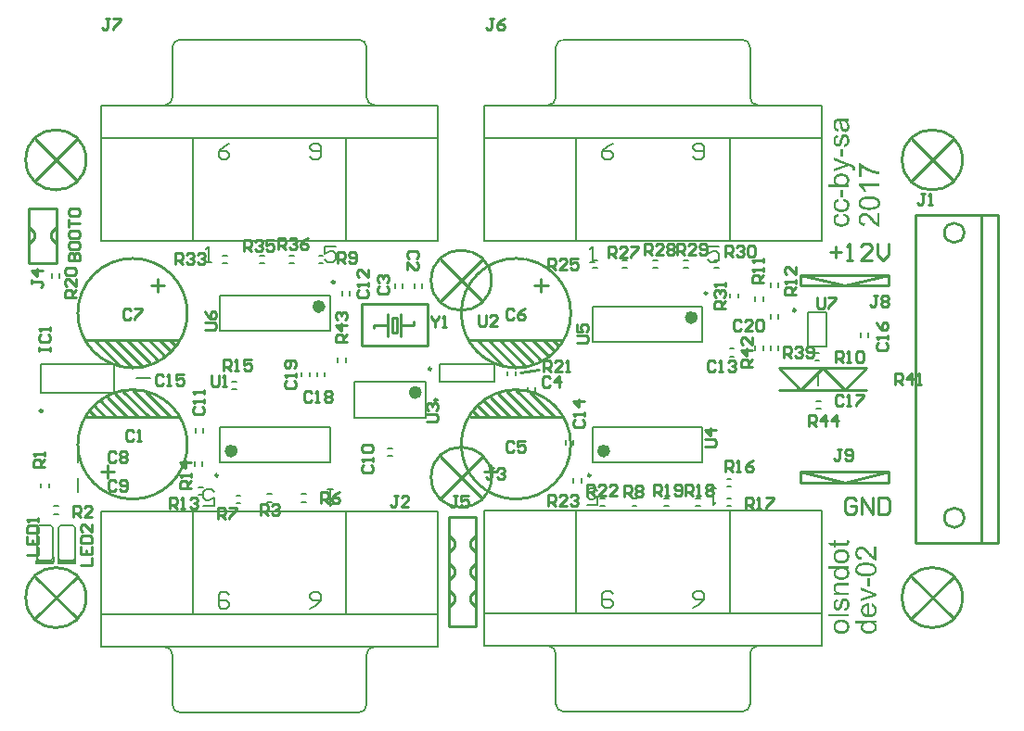
<source format=gto>
G04 Layer_Color=65535*
%FSLAX25Y25*%
%MOIN*%
G70*
G01*
G75*
%ADD28C,0.01000*%
%ADD44C,0.00984*%
%ADD45C,0.00787*%
%ADD46C,0.02362*%
%ADD47C,0.00800*%
%ADD48C,0.00591*%
%ADD49R,0.00730X0.02560*%
%ADD50R,0.06700X0.01800*%
%ADD51R,0.00650X0.02300*%
G36*
X294579Y178331D02*
X293645Y178331D01*
X293645Y181179D01*
X294579Y181179D01*
X294579Y178331D01*
X294579Y178331D02*
G37*
G36*
X296943Y175818D02*
X296954Y175818D01*
X296977Y175806D01*
X297023Y175783D01*
X297093Y175760D01*
X297162Y175737D01*
X297242Y175702D01*
X297438Y175633D01*
X297646Y175541D01*
X297842Y175460D01*
X298038Y175379D01*
X298119Y175333D01*
X298188Y175299D01*
X298211Y175287D01*
X298257Y175253D01*
X298338Y175206D01*
X298442Y175137D01*
X298545Y175045D01*
X298661Y174953D01*
X298764Y174838D01*
X298857Y174722D01*
X298868Y174711D01*
X298891Y174665D01*
X298926Y174595D01*
X298960Y174503D01*
X299007Y174399D01*
X299041Y174261D01*
X299064Y174123D01*
X299076Y173961D01*
X299076Y173950D01*
X299076Y173915D01*
X299064Y173857D01*
X299064Y173788D01*
X299053Y173696D01*
X299030Y173592D01*
X298960Y173362D01*
X298096Y173258D01*
X298096Y173269D01*
X298107Y173304D01*
X298119Y173362D01*
X298142Y173442D01*
X298176Y173604D01*
X298188Y173788D01*
X298188Y173800D01*
X298188Y173846D01*
X298176Y173892D01*
X298176Y173973D01*
X298142Y174134D01*
X298119Y174215D01*
X298084Y174284D01*
X298084Y174296D01*
X298061Y174319D01*
X298038Y174353D01*
X298003Y174388D01*
X297911Y174492D01*
X297784Y174595D01*
X297773Y174595D01*
X297750Y174607D01*
X297715Y174630D01*
X297646Y174665D01*
X297554Y174699D01*
X297438Y174745D01*
X297277Y174803D01*
X297093Y174872D01*
X297081Y174884D01*
X297035Y174895D01*
X296966Y174930D01*
X296862Y174964D01*
X291362Y172877D01*
X291362Y173869D01*
X294521Y175011D01*
X294533Y175011D01*
X294544Y175022D01*
X294579Y175033D01*
X294625Y175045D01*
X294752Y175091D01*
X294913Y175149D01*
X295098Y175206D01*
X295317Y175276D01*
X295548Y175345D01*
X295790Y175414D01*
X295778Y175414D01*
X295767Y175426D01*
X295732Y175426D01*
X295686Y175449D01*
X295559Y175472D01*
X295409Y175518D01*
X295225Y175575D01*
X295017Y175645D01*
X294798Y175714D01*
X294567Y175794D01*
X291362Y176971D01*
X291362Y177893D01*
X296943Y175818D01*
X296943Y175818D02*
G37*
G36*
X294256Y172243D02*
X294383Y172232D01*
X294510Y172220D01*
X294671Y172197D01*
X294833Y172163D01*
X295179Y172082D01*
X295363Y172024D01*
X295548Y171955D01*
X295732Y171874D01*
X295905Y171782D01*
X296066Y171678D01*
X296216Y171552D01*
X296228Y171540D01*
X296251Y171517D01*
X296285Y171482D01*
X296332Y171425D01*
X296389Y171367D01*
X296458Y171286D01*
X296528Y171194D01*
X296597Y171079D01*
X296735Y170837D01*
X296862Y170560D01*
X296908Y170398D01*
X296943Y170237D01*
X296966Y170064D01*
X296977Y169880D01*
X296977Y169868D01*
X296977Y169834D01*
X296977Y169787D01*
X296966Y169718D01*
X296954Y169638D01*
X296931Y169545D01*
X296873Y169326D01*
X296839Y169211D01*
X296781Y169084D01*
X296712Y168957D01*
X296631Y168830D01*
X296539Y168715D01*
X296435Y168588D01*
X296308Y168473D01*
X296170Y168369D01*
X296850Y168369D01*
X296850Y167505D01*
X289275Y167505D01*
X289275Y168438D01*
X291973Y168438D01*
X291962Y168450D01*
X291939Y168461D01*
X291904Y168496D01*
X291858Y168542D01*
X291800Y168600D01*
X291743Y168669D01*
X291604Y168842D01*
X291466Y169050D01*
X291351Y169315D01*
X291304Y169453D01*
X291270Y169603D01*
X291247Y169764D01*
X291235Y169926D01*
X291235Y169937D01*
X291235Y169949D01*
X291235Y170018D01*
X291247Y170110D01*
X291258Y170237D01*
X291281Y170387D01*
X291328Y170548D01*
X291374Y170710D01*
X291443Y170883D01*
X291454Y170906D01*
X291477Y170964D01*
X291524Y171044D01*
X291593Y171148D01*
X291673Y171263D01*
X291777Y171379D01*
X291893Y171505D01*
X292019Y171621D01*
X292031Y171632D01*
X292089Y171667D01*
X292169Y171724D01*
X292273Y171794D01*
X292400Y171863D01*
X292550Y171943D01*
X292723Y172013D01*
X292919Y172082D01*
X292942Y172093D01*
X293011Y172105D01*
X293115Y172140D01*
X293253Y172174D01*
X293414Y172197D01*
X293599Y172232D01*
X293807Y172243D01*
X294025Y172255D01*
X294164Y172255D01*
X294256Y172243D01*
X294256Y172243D02*
G37*
G36*
X295421Y186391D02*
X295524Y186367D01*
X295663Y186333D01*
X295813Y186287D01*
X295963Y186218D01*
X296124Y186125D01*
X296147Y186114D01*
X296193Y186079D01*
X296262Y186010D01*
X296355Y185918D01*
X296458Y185814D01*
X296562Y185676D01*
X296666Y185514D01*
X296758Y185330D01*
X296770Y185307D01*
X296793Y185238D01*
X296827Y185134D01*
X296862Y184995D01*
X296908Y184822D01*
X296943Y184626D01*
X296966Y184407D01*
X296977Y184177D01*
X296977Y184165D01*
X296977Y184131D01*
X296977Y184073D01*
X296966Y184004D01*
X296966Y183912D01*
X296954Y183808D01*
X296920Y183566D01*
X296873Y183301D01*
X296793Y183035D01*
X296689Y182770D01*
X296620Y182655D01*
X296539Y182540D01*
X296539Y182528D01*
X296516Y182517D01*
X296458Y182447D01*
X296355Y182355D01*
X296205Y182240D01*
X296020Y182124D01*
X295790Y182009D01*
X295524Y181905D01*
X295213Y181836D01*
X295063Y182759D01*
X295086Y182759D01*
X295156Y182770D01*
X295259Y182805D01*
X295386Y182839D01*
X295524Y182897D01*
X295663Y182966D01*
X295801Y183070D01*
X295928Y183185D01*
X295939Y183197D01*
X295974Y183254D01*
X296020Y183335D01*
X296066Y183439D01*
X296124Y183589D01*
X296170Y183750D01*
X296205Y183958D01*
X296216Y184177D01*
X296216Y184188D01*
X296216Y184200D01*
X296216Y184234D01*
X296216Y184281D01*
X296205Y184396D01*
X296182Y184534D01*
X296159Y184696D01*
X296112Y184857D01*
X296043Y185007D01*
X295963Y185134D01*
X295951Y185145D01*
X295917Y185180D01*
X295859Y185238D01*
X295790Y185295D01*
X295697Y185341D01*
X295582Y185399D01*
X295467Y185434D01*
X295340Y185445D01*
X295282Y185445D01*
X295236Y185434D01*
X295156Y185410D01*
X295086Y185376D01*
X294994Y185330D01*
X294913Y185261D01*
X294844Y185168D01*
X294833Y185157D01*
X294821Y185122D01*
X294798Y185065D01*
X294752Y184972D01*
X294717Y184846D01*
X294660Y184684D01*
X294625Y184580D01*
X294602Y184477D01*
X294567Y184350D01*
X294533Y184211D01*
X294533Y184200D01*
X294521Y184165D01*
X294510Y184119D01*
X294487Y184050D01*
X294464Y183958D01*
X294441Y183865D01*
X294371Y183647D01*
X294302Y183416D01*
X294233Y183174D01*
X294152Y182955D01*
X294118Y182862D01*
X294083Y182782D01*
X294072Y182770D01*
X294049Y182712D01*
X294003Y182643D01*
X293945Y182563D01*
X293876Y182459D01*
X293783Y182367D01*
X293680Y182263D01*
X293564Y182182D01*
X293553Y182171D01*
X293507Y182148D01*
X293438Y182124D01*
X293345Y182090D01*
X293242Y182044D01*
X293115Y182021D01*
X292976Y181998D01*
X292826Y181986D01*
X292769Y181986D01*
X292688Y181998D01*
X292607Y182009D01*
X292504Y182021D01*
X292388Y182055D01*
X292262Y182090D01*
X292146Y182148D01*
X292135Y182159D01*
X292089Y182182D01*
X292031Y182217D01*
X291962Y182274D01*
X291881Y182332D01*
X291800Y182413D01*
X291708Y182505D01*
X291627Y182609D01*
X291616Y182620D01*
X291604Y182655D01*
X291570Y182701D01*
X291535Y182770D01*
X291489Y182851D01*
X291443Y182955D01*
X291397Y183070D01*
X291351Y183197D01*
X291351Y183220D01*
X291328Y183266D01*
X291316Y183335D01*
X291293Y183439D01*
X291270Y183566D01*
X291258Y183693D01*
X291235Y183843D01*
X291235Y184004D01*
X291235Y184015D01*
X291235Y184038D01*
X291235Y184062D01*
X291235Y184108D01*
X291247Y184234D01*
X291258Y184384D01*
X291281Y184569D01*
X291316Y184753D01*
X291362Y184949D01*
X291431Y185134D01*
X291431Y185145D01*
X291443Y185157D01*
X291466Y185214D01*
X291512Y185307D01*
X291558Y185410D01*
X291639Y185526D01*
X291720Y185653D01*
X291823Y185768D01*
X291939Y185860D01*
X291950Y185872D01*
X291996Y185895D01*
X292065Y185941D01*
X292158Y185999D01*
X292273Y186045D01*
X292423Y186102D01*
X292584Y186149D01*
X292769Y186195D01*
X292896Y185284D01*
X292873Y185284D01*
X292826Y185272D01*
X292746Y185249D01*
X292653Y185214D01*
X292550Y185168D01*
X292446Y185099D01*
X292331Y185019D01*
X292238Y184915D01*
X292227Y184903D01*
X292204Y184857D01*
X292158Y184788D01*
X292112Y184696D01*
X292077Y184580D01*
X292031Y184431D01*
X292008Y184269D01*
X291996Y184073D01*
X291996Y184062D01*
X291996Y184050D01*
X291996Y184015D01*
X291996Y183969D01*
X292008Y183854D01*
X292019Y183716D01*
X292054Y183566D01*
X292089Y183416D01*
X292146Y183266D01*
X292215Y183151D01*
X292227Y183139D01*
X292250Y183105D01*
X292296Y183070D01*
X292354Y183024D01*
X292423Y182966D01*
X292515Y182932D01*
X292607Y182897D01*
X292711Y182886D01*
X292746Y182886D01*
X292780Y182897D01*
X292826Y182897D01*
X292930Y182932D01*
X293045Y182989D01*
X293057Y183001D01*
X293069Y183012D01*
X293126Y183081D01*
X293172Y183128D01*
X293207Y183185D01*
X293253Y183266D01*
X293288Y183347D01*
X293288Y183358D01*
X293299Y183381D01*
X293311Y183427D01*
X293334Y183508D01*
X293368Y183612D01*
X293414Y183762D01*
X293461Y183946D01*
X293495Y184050D01*
X293530Y184177D01*
X293530Y184188D01*
X293541Y184223D01*
X293553Y184269D01*
X293576Y184338D01*
X293599Y184419D01*
X293622Y184511D01*
X293680Y184719D01*
X293749Y184949D01*
X293829Y185180D01*
X293899Y185388D01*
X293933Y185480D01*
X293968Y185560D01*
X293979Y185583D01*
X294003Y185630D01*
X294037Y185699D01*
X294083Y185780D01*
X294152Y185883D01*
X294245Y185987D01*
X294337Y186079D01*
X294452Y186171D01*
X294464Y186183D01*
X294510Y186206D01*
X294579Y186241D01*
X294671Y186287D01*
X294787Y186333D01*
X294925Y186367D01*
X295075Y186391D01*
X295248Y186402D01*
X295328Y186402D01*
X295421Y186391D01*
X295421Y186391D02*
G37*
G36*
X304191Y17646D02*
X304191Y13565D01*
X304225Y13565D01*
X304283Y13576D01*
X304341Y13576D01*
X304421Y13588D01*
X304502Y13599D01*
X304710Y13645D01*
X304929Y13715D01*
X305159Y13795D01*
X305390Y13922D01*
X305586Y14072D01*
X305609Y14095D01*
X305655Y14153D01*
X305736Y14257D01*
X305817Y14383D01*
X305909Y14556D01*
X305990Y14752D01*
X306036Y14971D01*
X306059Y15214D01*
X306059Y15225D01*
X306059Y15237D01*
X306059Y15306D01*
X306047Y15398D01*
X306024Y15513D01*
X305990Y15652D01*
X305943Y15802D01*
X305886Y15951D01*
X305794Y16090D01*
X305782Y16101D01*
X305736Y16148D01*
X305678Y16217D01*
X305574Y16297D01*
X305459Y16390D01*
X305309Y16482D01*
X305125Y16574D01*
X304917Y16666D01*
X305044Y17623D01*
X305056Y17623D01*
X305079Y17612D01*
X305125Y17600D01*
X305183Y17577D01*
X305252Y17554D01*
X305332Y17520D01*
X305528Y17427D01*
X305736Y17312D01*
X305955Y17174D01*
X306174Y16989D01*
X306359Y16782D01*
X306359Y16770D01*
X306382Y16759D01*
X306405Y16724D01*
X306428Y16666D01*
X306462Y16609D01*
X306508Y16540D01*
X306543Y16459D01*
X306589Y16355D01*
X306670Y16136D01*
X306751Y15859D01*
X306797Y15560D01*
X306820Y15214D01*
X306820Y15202D01*
X306820Y15156D01*
X306820Y15098D01*
X306808Y15018D01*
X306797Y14914D01*
X306785Y14798D01*
X306762Y14672D01*
X306728Y14522D01*
X306635Y14222D01*
X306578Y14061D01*
X306508Y13911D01*
X306428Y13749D01*
X306324Y13599D01*
X306209Y13450D01*
X306082Y13311D01*
X306070Y13300D01*
X306047Y13276D01*
X306001Y13242D01*
X305943Y13207D01*
X305874Y13150D01*
X305782Y13092D01*
X305667Y13023D01*
X305540Y12965D01*
X305401Y12896D01*
X305252Y12827D01*
X305079Y12769D01*
X304894Y12723D01*
X304698Y12677D01*
X304479Y12642D01*
X304248Y12619D01*
X304006Y12608D01*
X303868Y12608D01*
X303776Y12619D01*
X303660Y12631D01*
X303522Y12642D01*
X303372Y12665D01*
X303211Y12700D01*
X302865Y12781D01*
X302692Y12838D01*
X302507Y12908D01*
X302335Y12988D01*
X302162Y13081D01*
X302000Y13184D01*
X301850Y13311D01*
X301839Y13323D01*
X301816Y13346D01*
X301781Y13380D01*
X301724Y13438D01*
X301666Y13507D01*
X301608Y13599D01*
X301539Y13692D01*
X301458Y13807D01*
X301389Y13934D01*
X301320Y14072D01*
X301262Y14222D01*
X301193Y14395D01*
X301147Y14568D01*
X301112Y14752D01*
X301089Y14948D01*
X301078Y15156D01*
X301078Y15168D01*
X301078Y15202D01*
X301078Y15260D01*
X301089Y15340D01*
X301101Y15433D01*
X301112Y15548D01*
X301135Y15663D01*
X301170Y15802D01*
X301262Y16078D01*
X301320Y16228D01*
X301401Y16378D01*
X301481Y16528D01*
X301585Y16678D01*
X301700Y16816D01*
X301839Y16955D01*
X301850Y16966D01*
X301873Y16989D01*
X301920Y17024D01*
X301977Y17070D01*
X302058Y17116D01*
X302150Y17174D01*
X302254Y17243D01*
X302381Y17312D01*
X302531Y17370D01*
X302680Y17439D01*
X302853Y17496D01*
X303049Y17554D01*
X303245Y17589D01*
X303465Y17623D01*
X303695Y17646D01*
X303949Y17658D01*
X304087Y17658D01*
X304191Y17646D01*
X304191Y17646D02*
G37*
G36*
X306693Y10578D02*
X306013Y10578D01*
X306024Y10567D01*
X306047Y10555D01*
X306082Y10521D01*
X306139Y10475D01*
X306197Y10429D01*
X306266Y10359D01*
X306335Y10279D01*
X306416Y10187D01*
X306485Y10083D01*
X306566Y9967D01*
X306635Y9841D01*
X306693Y9714D01*
X306751Y9564D01*
X306785Y9403D01*
X306808Y9229D01*
X306820Y9045D01*
X306820Y9033D01*
X306820Y9010D01*
X306820Y8976D01*
X306808Y8930D01*
X306797Y8803D01*
X306774Y8653D01*
X306728Y8457D01*
X306670Y8261D01*
X306578Y8042D01*
X306462Y7834D01*
X306462Y7823D01*
X306451Y7811D01*
X306393Y7742D01*
X306312Y7650D01*
X306197Y7523D01*
X306059Y7396D01*
X305886Y7246D01*
X305690Y7119D01*
X305459Y6993D01*
X305448Y6993D01*
X305425Y6981D01*
X305390Y6970D01*
X305344Y6947D01*
X305286Y6923D01*
X305205Y6900D01*
X305021Y6843D01*
X304802Y6785D01*
X304548Y6739D01*
X304272Y6704D01*
X303960Y6693D01*
X303822Y6693D01*
X303753Y6704D01*
X303660Y6704D01*
X303465Y6728D01*
X303234Y6762D01*
X302992Y6808D01*
X302727Y6866D01*
X302473Y6958D01*
X302461Y6958D01*
X302438Y6970D01*
X302404Y6993D01*
X302358Y7016D01*
X302242Y7073D01*
X302092Y7166D01*
X301920Y7281D01*
X301747Y7419D01*
X301585Y7581D01*
X301435Y7777D01*
X301435Y7788D01*
X301424Y7800D01*
X301378Y7869D01*
X301320Y7984D01*
X301251Y8134D01*
X301193Y8319D01*
X301135Y8526D01*
X301089Y8757D01*
X301078Y8999D01*
X301078Y9010D01*
X301078Y9022D01*
X301078Y9080D01*
X301089Y9172D01*
X301101Y9299D01*
X301135Y9426D01*
X301170Y9575D01*
X301228Y9725D01*
X301297Y9875D01*
X301308Y9898D01*
X301331Y9944D01*
X301378Y10013D01*
X301447Y10106D01*
X301516Y10198D01*
X301608Y10313D01*
X301724Y10417D01*
X301839Y10509D01*
X299118Y10509D01*
X299118Y11443D01*
X306693Y11443D01*
X306693Y10578D01*
X306693Y10578D02*
G37*
G36*
X296850Y191268D02*
X296839Y191256D01*
X296804Y191245D01*
X296735Y191222D01*
X296654Y191187D01*
X296551Y191153D01*
X296435Y191129D01*
X296308Y191106D01*
X296159Y191083D01*
X296182Y191060D01*
X296228Y190991D01*
X296308Y190899D01*
X296401Y190761D01*
X296516Y190611D01*
X296620Y190438D01*
X296712Y190265D01*
X296793Y190080D01*
X296804Y190057D01*
X296816Y189999D01*
X296850Y189907D01*
X296885Y189780D01*
X296920Y189619D01*
X296943Y189446D01*
X296966Y189262D01*
X296977Y189054D01*
X296977Y189042D01*
X296977Y189019D01*
X296977Y188973D01*
X296966Y188904D01*
X296966Y188835D01*
X296954Y188743D01*
X296920Y188547D01*
X296873Y188316D01*
X296793Y188097D01*
X296689Y187866D01*
X296539Y187670D01*
X296516Y187647D01*
X296458Y187590D01*
X296366Y187521D01*
X296228Y187428D01*
X296066Y187336D01*
X295882Y187267D01*
X295651Y187209D01*
X295409Y187186D01*
X295340Y187186D01*
X295259Y187198D01*
X295167Y187209D01*
X295052Y187232D01*
X294925Y187255D01*
X294798Y187302D01*
X294671Y187359D01*
X294660Y187371D01*
X294614Y187394D01*
X294556Y187428D01*
X294475Y187486D01*
X294394Y187555D01*
X294302Y187647D01*
X294221Y187740D01*
X294141Y187843D01*
X294129Y187855D01*
X294106Y187901D01*
X294072Y187959D01*
X294025Y188039D01*
X293968Y188143D01*
X293922Y188247D01*
X293876Y188374D01*
X293829Y188512D01*
X293829Y188524D01*
X293818Y188570D01*
X293807Y188627D01*
X293783Y188720D01*
X293760Y188835D01*
X293737Y188985D01*
X293714Y189146D01*
X293691Y189342D01*
X293691Y189354D01*
X293680Y189388D01*
X293680Y189446D01*
X293668Y189527D01*
X293657Y189619D01*
X293645Y189723D01*
X293599Y189976D01*
X293553Y190242D01*
X293507Y190518D01*
X293438Y190784D01*
X293403Y190899D01*
X293368Y191003D01*
X293334Y191003D01*
X293265Y191014D01*
X293034Y191014D01*
X292930Y191003D01*
X292815Y190980D01*
X292688Y190945D01*
X292550Y190899D01*
X292434Y190841D01*
X292331Y190749D01*
X292319Y190737D01*
X292284Y190680D01*
X292227Y190599D01*
X292169Y190484D01*
X292112Y190334D01*
X292054Y190149D01*
X292019Y189930D01*
X292008Y189688D01*
X292008Y189677D01*
X292008Y189665D01*
X292008Y189630D01*
X292008Y189584D01*
X292019Y189469D01*
X292031Y189319D01*
X292065Y189158D01*
X292100Y189008D01*
X292158Y188847D01*
X292238Y188720D01*
X292250Y188708D01*
X292284Y188673D01*
X292342Y188616D01*
X292423Y188547D01*
X292538Y188466D01*
X292676Y188397D01*
X292849Y188316D01*
X293045Y188259D01*
X292919Y187348D01*
X292907Y187348D01*
X292896Y187359D01*
X292826Y187371D01*
X292723Y187405D01*
X292584Y187440D01*
X292434Y187497D01*
X292284Y187567D01*
X292123Y187647D01*
X291985Y187751D01*
X291973Y187763D01*
X291927Y187809D01*
X291858Y187866D01*
X291777Y187959D01*
X291697Y188074D01*
X291604Y188224D01*
X291512Y188385D01*
X291431Y188570D01*
X291431Y188581D01*
X291420Y188593D01*
X291408Y188627D01*
X291397Y188662D01*
X291374Y188777D01*
X291328Y188927D01*
X291293Y189112D01*
X291270Y189319D01*
X291247Y189561D01*
X291235Y189815D01*
X291235Y189827D01*
X291235Y189850D01*
X291235Y189884D01*
X291235Y189930D01*
X291247Y190057D01*
X291258Y190219D01*
X291281Y190403D01*
X291304Y190599D01*
X291351Y190784D01*
X291408Y190956D01*
X291420Y190980D01*
X291431Y191026D01*
X291477Y191106D01*
X291524Y191199D01*
X291581Y191302D01*
X291650Y191418D01*
X291731Y191510D01*
X291823Y191602D01*
X291835Y191614D01*
X291869Y191637D01*
X291915Y191671D01*
X291996Y191718D01*
X292089Y191764D01*
X292192Y191810D01*
X292319Y191856D01*
X292458Y191890D01*
X292469Y191890D01*
X292504Y191902D01*
X292561Y191913D01*
X292653Y191925D01*
X292769Y191925D01*
X292919Y191937D01*
X293092Y191948D01*
X294983Y191948D01*
X295248Y191960D01*
X295536Y191960D01*
X295801Y191971D01*
X295928Y191983D01*
X296032Y191983D01*
X296124Y191994D01*
X296205Y192006D01*
X296216Y192006D01*
X296262Y192017D01*
X296332Y192029D01*
X296412Y192052D01*
X296504Y192086D01*
X296620Y192132D01*
X296850Y192236D01*
X296850Y191268D01*
X296850Y191268D02*
G37*
G36*
X307874Y167608D02*
X301948Y167608D01*
X301959Y167597D01*
X302005Y167551D01*
X302063Y167470D01*
X302144Y167366D01*
X302247Y167239D01*
X302351Y167089D01*
X302478Y166916D01*
X302593Y166720D01*
X302593Y166709D01*
X302605Y166697D01*
X302651Y166628D01*
X302709Y166524D01*
X302778Y166398D01*
X302858Y166248D01*
X302928Y166086D01*
X303008Y165913D01*
X303078Y165752D01*
X302167Y165752D01*
X302167Y165763D01*
X302155Y165787D01*
X302132Y165833D01*
X302098Y165879D01*
X302063Y165948D01*
X302028Y166029D01*
X301924Y166213D01*
X301798Y166421D01*
X301648Y166651D01*
X301475Y166882D01*
X301290Y167101D01*
X301279Y167112D01*
X301267Y167124D01*
X301198Y167193D01*
X301094Y167297D01*
X300968Y167424D01*
X300806Y167562D01*
X300633Y167701D01*
X300449Y167827D01*
X300264Y167931D01*
X300264Y168542D01*
X307874Y168542D01*
X307874Y167608D01*
X307874Y167608D02*
G37*
G36*
X304473Y164080D02*
X304599Y164080D01*
X304749Y164068D01*
X304911Y164057D01*
X305257Y164022D01*
X305614Y163976D01*
X305972Y163907D01*
X306133Y163861D01*
X306294Y163815D01*
X306306Y163815D01*
X306329Y163803D01*
X306375Y163792D01*
X306433Y163769D01*
X306502Y163734D01*
X306571Y163700D01*
X306756Y163607D01*
X306963Y163492D01*
X307171Y163354D01*
X307378Y163192D01*
X307563Y162996D01*
X307563Y162985D01*
X307586Y162973D01*
X307597Y162939D01*
X307632Y162904D01*
X307701Y162777D01*
X307782Y162627D01*
X307862Y162420D01*
X307932Y162189D01*
X307978Y161924D01*
X308001Y161624D01*
X308001Y161613D01*
X308001Y161578D01*
X308001Y161520D01*
X307989Y161440D01*
X307978Y161347D01*
X307955Y161244D01*
X307932Y161128D01*
X307909Y161002D01*
X307816Y160725D01*
X307747Y160575D01*
X307678Y160437D01*
X307586Y160287D01*
X307482Y160148D01*
X307367Y160021D01*
X307228Y159895D01*
X307217Y159883D01*
X307182Y159860D01*
X307125Y159826D01*
X307044Y159779D01*
X306940Y159722D01*
X306813Y159664D01*
X306663Y159595D01*
X306479Y159526D01*
X306283Y159457D01*
X306052Y159387D01*
X305799Y159330D01*
X305522Y159272D01*
X305211Y159226D01*
X304888Y159191D01*
X304519Y159168D01*
X304138Y159157D01*
X303919Y159157D01*
X303804Y159168D01*
X303677Y159168D01*
X303527Y159180D01*
X303366Y159191D01*
X303020Y159226D01*
X302662Y159272D01*
X302305Y159330D01*
X302144Y159376D01*
X301982Y159422D01*
X301971Y159422D01*
X301948Y159433D01*
X301902Y159457D01*
X301844Y159480D01*
X301775Y159503D01*
X301694Y159537D01*
X301509Y159629D01*
X301302Y159745D01*
X301094Y159883D01*
X300898Y160045D01*
X300714Y160241D01*
X300714Y160252D01*
X300691Y160264D01*
X300668Y160298D01*
X300645Y160344D01*
X300575Y160460D01*
X300483Y160621D01*
X300403Y160817D01*
X300333Y161059D01*
X300287Y161324D01*
X300264Y161624D01*
X300264Y161636D01*
X300264Y161647D01*
X300264Y161682D01*
X300264Y161728D01*
X300276Y161843D01*
X300299Y161982D01*
X300322Y162143D01*
X300368Y162328D01*
X300437Y162512D01*
X300518Y162685D01*
X300529Y162708D01*
X300564Y162766D01*
X300622Y162846D01*
X300691Y162962D01*
X300795Y163077D01*
X300921Y163204D01*
X301060Y163331D01*
X301221Y163446D01*
X301244Y163457D01*
X301302Y163492D01*
X301406Y163550D01*
X301533Y163619D01*
X301694Y163688D01*
X301890Y163769D01*
X302109Y163849D01*
X302351Y163919D01*
X302363Y163919D01*
X302386Y163930D01*
X302420Y163930D01*
X302478Y163942D01*
X302536Y163965D01*
X302616Y163976D01*
X302720Y163988D01*
X302824Y164011D01*
X302951Y164022D01*
X303078Y164034D01*
X303227Y164057D01*
X303389Y164068D01*
X303562Y164080D01*
X303735Y164080D01*
X304138Y164092D01*
X304357Y164092D01*
X304473Y164080D01*
X304473Y164080D02*
G37*
G36*
X307874Y153150D02*
X307747Y153150D01*
X307666Y153161D01*
X307574Y153173D01*
X307470Y153184D01*
X307355Y153219D01*
X307240Y153253D01*
X307228Y153253D01*
X307217Y153265D01*
X307148Y153288D01*
X307055Y153334D01*
X306917Y153403D01*
X306767Y153484D01*
X306594Y153599D01*
X306421Y153715D01*
X306237Y153865D01*
X306225Y153865D01*
X306214Y153887D01*
X306144Y153945D01*
X306041Y154037D01*
X305902Y154176D01*
X305741Y154349D01*
X305545Y154556D01*
X305326Y154810D01*
X305084Y155087D01*
X305072Y155098D01*
X305038Y155144D01*
X304992Y155202D01*
X304911Y155283D01*
X304830Y155386D01*
X304726Y155502D01*
X304507Y155755D01*
X304242Y156032D01*
X303977Y156309D01*
X303850Y156447D01*
X303723Y156562D01*
X303596Y156666D01*
X303481Y156758D01*
X303470Y156758D01*
X303458Y156782D01*
X303423Y156805D01*
X303377Y156828D01*
X303262Y156897D01*
X303112Y156978D01*
X302939Y157058D01*
X302755Y157127D01*
X302547Y157174D01*
X302351Y157197D01*
X302328Y157197D01*
X302259Y157185D01*
X302155Y157174D01*
X302028Y157150D01*
X301878Y157093D01*
X301729Y157024D01*
X301567Y156931D01*
X301417Y156793D01*
X301406Y156770D01*
X301360Y156724D01*
X301302Y156632D01*
X301221Y156516D01*
X301152Y156367D01*
X301094Y156193D01*
X301048Y155986D01*
X301037Y155755D01*
X301037Y155744D01*
X301037Y155721D01*
X301037Y155686D01*
X301048Y155640D01*
X301060Y155525D01*
X301083Y155375D01*
X301140Y155202D01*
X301210Y155017D01*
X301313Y154844D01*
X301452Y154683D01*
X301475Y154672D01*
X301521Y154625D01*
X301613Y154556D01*
X301740Y154487D01*
X301902Y154406D01*
X302086Y154349D01*
X302305Y154303D01*
X302559Y154280D01*
X302455Y153323D01*
X302409Y153323D01*
X302351Y153334D01*
X302282Y153346D01*
X302190Y153369D01*
X302086Y153380D01*
X301855Y153449D01*
X301590Y153542D01*
X301325Y153668D01*
X301060Y153841D01*
X300944Y153934D01*
X300829Y154049D01*
X300818Y154060D01*
X300806Y154084D01*
X300771Y154118D01*
X300737Y154164D01*
X300702Y154233D01*
X300645Y154314D01*
X300599Y154406D01*
X300541Y154510D01*
X300495Y154625D01*
X300437Y154752D01*
X300391Y154902D01*
X300357Y155052D01*
X300287Y155398D01*
X300276Y155582D01*
X300264Y155779D01*
X300264Y155790D01*
X300264Y155825D01*
X300264Y155882D01*
X300276Y155963D01*
X300287Y156055D01*
X300299Y156159D01*
X300310Y156274D01*
X300345Y156401D01*
X300414Y156678D01*
X300518Y156966D01*
X300587Y157116D01*
X300668Y157254D01*
X300771Y157381D01*
X300875Y157508D01*
X300887Y157519D01*
X300898Y157531D01*
X300933Y157566D01*
X300979Y157612D01*
X301048Y157658D01*
X301117Y157715D01*
X301290Y157831D01*
X301509Y157946D01*
X301763Y158050D01*
X302051Y158131D01*
X302213Y158142D01*
X302374Y158154D01*
X302455Y158154D01*
X302547Y158142D01*
X302662Y158131D01*
X302801Y158107D01*
X302951Y158073D01*
X303112Y158027D01*
X303274Y157958D01*
X303297Y157946D01*
X303354Y157923D01*
X303435Y157877D01*
X303550Y157808D01*
X303689Y157727D01*
X303850Y157623D01*
X304012Y157485D01*
X304196Y157335D01*
X304219Y157312D01*
X304288Y157254D01*
X304392Y157150D01*
X304461Y157081D01*
X304542Y157001D01*
X304634Y156908D01*
X304738Y156793D01*
X304842Y156678D01*
X304969Y156551D01*
X305095Y156413D01*
X305234Y156251D01*
X305372Y156090D01*
X305533Y155905D01*
X305545Y155894D01*
X305568Y155871D01*
X305603Y155825D01*
X305649Y155767D01*
X305764Y155629D01*
X305914Y155456D01*
X306075Y155283D01*
X306237Y155098D01*
X306375Y154948D01*
X306433Y154891D01*
X306490Y154833D01*
X306502Y154822D01*
X306537Y154798D01*
X306583Y154752D01*
X306652Y154695D01*
X306802Y154568D01*
X306986Y154441D01*
X306986Y158165D01*
X307874Y158165D01*
X307874Y153150D01*
X307874Y153150D02*
G37*
G36*
X301129Y175864D02*
X301152Y175841D01*
X301198Y175806D01*
X301256Y175748D01*
X301337Y175691D01*
X301429Y175610D01*
X301544Y175518D01*
X301659Y175426D01*
X301798Y175322D01*
X301959Y175206D01*
X302121Y175080D01*
X302305Y174964D01*
X302501Y174838D01*
X302709Y174699D01*
X302939Y174572D01*
X303170Y174434D01*
X303181Y174423D01*
X303227Y174399D01*
X303297Y174365D01*
X303389Y174319D01*
X303504Y174261D01*
X303643Y174192D01*
X303804Y174111D01*
X303977Y174030D01*
X304161Y173950D01*
X304369Y173857D01*
X304588Y173765D01*
X304819Y173673D01*
X305291Y173500D01*
X305799Y173339D01*
X305810Y173339D01*
X305845Y173327D01*
X305891Y173316D01*
X305960Y173293D01*
X306052Y173269D01*
X306156Y173246D01*
X306283Y173223D01*
X306410Y173189D01*
X306560Y173166D01*
X306721Y173131D01*
X307067Y173073D01*
X307459Y173027D01*
X307874Y172993D01*
X307874Y172036D01*
X307782Y172036D01*
X307713Y172047D01*
X307632Y172047D01*
X307528Y172059D01*
X307401Y172070D01*
X307275Y172082D01*
X307125Y172105D01*
X306952Y172128D01*
X306779Y172151D01*
X306594Y172186D01*
X306387Y172220D01*
X306179Y172266D01*
X305718Y172382D01*
X305706Y172382D01*
X305660Y172393D01*
X305591Y172416D01*
X305499Y172439D01*
X305383Y172474D01*
X305257Y172520D01*
X305107Y172566D01*
X304934Y172624D01*
X304761Y172693D01*
X304565Y172762D01*
X304150Y172924D01*
X303712Y173120D01*
X303274Y173339D01*
X303262Y173350D01*
X303216Y173373D01*
X303158Y173408D01*
X303078Y173454D01*
X302974Y173512D01*
X302858Y173581D01*
X302732Y173661D01*
X302582Y173742D01*
X302270Y173950D01*
X301936Y174180D01*
X301602Y174423D01*
X301279Y174688D01*
X301279Y170975D01*
X300391Y170975D01*
X300391Y175875D01*
X301117Y175875D01*
X301129Y175864D01*
X301129Y175864D02*
G37*
G36*
X294579Y163642D02*
X293645Y163642D01*
X293645Y166490D01*
X294579Y166490D01*
X294579Y163642D01*
X294579Y163642D02*
G37*
G36*
X295017Y163192D02*
X295063Y163181D01*
X295121Y163169D01*
X295202Y163146D01*
X295294Y163123D01*
X295513Y163054D01*
X295743Y162950D01*
X295997Y162812D01*
X296228Y162639D01*
X296447Y162431D01*
X296447Y162420D01*
X296470Y162408D01*
X296493Y162374D01*
X296528Y162328D01*
X296574Y162258D01*
X296620Y162189D01*
X296712Y162016D01*
X296804Y161797D01*
X296897Y161532D01*
X296954Y161244D01*
X296966Y161082D01*
X296977Y160921D01*
X296977Y160909D01*
X296977Y160875D01*
X296977Y160817D01*
X296966Y160736D01*
X296954Y160644D01*
X296943Y160529D01*
X296920Y160414D01*
X296885Y160275D01*
X296804Y159987D01*
X296735Y159837D01*
X296666Y159687D01*
X296585Y159537D01*
X296493Y159399D01*
X296378Y159260D01*
X296251Y159122D01*
X296239Y159111D01*
X296216Y159088D01*
X296170Y159064D01*
X296112Y159018D01*
X296032Y158961D01*
X295939Y158903D01*
X295836Y158845D01*
X295709Y158788D01*
X295571Y158719D01*
X295409Y158661D01*
X295236Y158603D01*
X295040Y158546D01*
X294844Y158500D01*
X294614Y158476D01*
X294383Y158453D01*
X294129Y158442D01*
X293979Y158442D01*
X293899Y158453D01*
X293818Y158453D01*
X293599Y158476D01*
X293357Y158511D01*
X293103Y158569D01*
X292826Y158638D01*
X292573Y158730D01*
X292561Y158730D01*
X292538Y158742D01*
X292504Y158765D01*
X292458Y158788D01*
X292342Y158857D01*
X292192Y158949D01*
X292031Y159076D01*
X291869Y159226D01*
X291708Y159410D01*
X291570Y159618D01*
X291570Y159629D01*
X291558Y159641D01*
X291535Y159676D01*
X291512Y159722D01*
X291466Y159848D01*
X291397Y160010D01*
X291339Y160194D01*
X291281Y160425D01*
X291247Y160667D01*
X291235Y160921D01*
X291235Y160932D01*
X291235Y160955D01*
X291235Y161013D01*
X291247Y161071D01*
X291247Y161151D01*
X291258Y161232D01*
X291293Y161440D01*
X291351Y161670D01*
X291431Y161924D01*
X291547Y162166D01*
X291697Y162385D01*
X291697Y162397D01*
X291720Y162408D01*
X291777Y162477D01*
X291881Y162570D01*
X292019Y162685D01*
X292204Y162812D01*
X292423Y162927D01*
X292688Y163031D01*
X292976Y163111D01*
X293115Y162212D01*
X293103Y162212D01*
X293092Y162201D01*
X293022Y162189D01*
X292930Y162154D01*
X292803Y162108D01*
X292665Y162039D01*
X292527Y161959D01*
X292400Y161866D01*
X292284Y161751D01*
X292273Y161740D01*
X292238Y161693D01*
X292192Y161624D01*
X292135Y161532D01*
X292089Y161417D01*
X292042Y161290D01*
X292008Y161128D01*
X291996Y160967D01*
X291996Y160955D01*
X291996Y160932D01*
X291996Y160898D01*
X292008Y160852D01*
X292019Y160725D01*
X292054Y160563D01*
X292123Y160379D01*
X292215Y160194D01*
X292331Y159998D01*
X292411Y159906D01*
X292504Y159826D01*
X292527Y159802D01*
X292561Y159791D01*
X292596Y159756D01*
X292653Y159722D01*
X292723Y159687D01*
X292803Y159652D01*
X292896Y159618D01*
X292999Y159572D01*
X293115Y159537D01*
X293253Y159503D01*
X293391Y159468D01*
X293553Y159433D01*
X293726Y159422D01*
X293910Y159399D01*
X294210Y159399D01*
X294291Y159410D01*
X294383Y159410D01*
X294487Y159422D01*
X294717Y159457D01*
X294983Y159503D01*
X295259Y159572D01*
X295501Y159676D01*
X295617Y159745D01*
X295720Y159814D01*
X295743Y159837D01*
X295801Y159895D01*
X295882Y159987D01*
X295963Y160114D01*
X296055Y160264D01*
X296135Y160460D01*
X296193Y160667D01*
X296205Y160783D01*
X296216Y160909D01*
X296216Y160921D01*
X296216Y160932D01*
X296216Y161002D01*
X296193Y161105D01*
X296170Y161232D01*
X296135Y161371D01*
X296078Y161532D01*
X295997Y161682D01*
X295882Y161820D01*
X295870Y161832D01*
X295813Y161878D01*
X295743Y161947D01*
X295628Y162016D01*
X295478Y162097D01*
X295305Y162178D01*
X295086Y162247D01*
X294844Y162293D01*
X294971Y163204D01*
X294983Y163204D01*
X295017Y163192D01*
X295017Y163192D02*
G37*
G36*
X295017Y157900D02*
X295063Y157888D01*
X295121Y157877D01*
X295202Y157854D01*
X295294Y157831D01*
X295513Y157762D01*
X295743Y157658D01*
X295997Y157519D01*
X296228Y157346D01*
X296447Y157139D01*
X296447Y157127D01*
X296470Y157116D01*
X296493Y157081D01*
X296528Y157035D01*
X296574Y156966D01*
X296620Y156897D01*
X296712Y156724D01*
X296804Y156505D01*
X296897Y156240D01*
X296954Y155951D01*
X296966Y155790D01*
X296977Y155629D01*
X296977Y155617D01*
X296977Y155582D01*
X296977Y155525D01*
X296966Y155444D01*
X296954Y155352D01*
X296943Y155236D01*
X296920Y155121D01*
X296885Y154983D01*
X296804Y154695D01*
X296735Y154545D01*
X296666Y154395D01*
X296585Y154245D01*
X296493Y154107D01*
X296378Y153968D01*
X296251Y153830D01*
X296239Y153818D01*
X296216Y153795D01*
X296170Y153772D01*
X296112Y153726D01*
X296032Y153668D01*
X295939Y153611D01*
X295836Y153553D01*
X295709Y153496D01*
X295571Y153426D01*
X295409Y153369D01*
X295236Y153311D01*
X295040Y153253D01*
X294844Y153207D01*
X294614Y153184D01*
X294383Y153161D01*
X294129Y153150D01*
X293979Y153150D01*
X293899Y153161D01*
X293818Y153161D01*
X293599Y153184D01*
X293357Y153219D01*
X293103Y153276D01*
X292826Y153346D01*
X292573Y153438D01*
X292561Y153438D01*
X292538Y153449D01*
X292504Y153472D01*
X292458Y153496D01*
X292342Y153565D01*
X292192Y153657D01*
X292031Y153784D01*
X291869Y153934D01*
X291708Y154118D01*
X291570Y154326D01*
X291570Y154337D01*
X291558Y154349D01*
X291535Y154383D01*
X291512Y154429D01*
X291466Y154556D01*
X291397Y154718D01*
X291339Y154902D01*
X291281Y155133D01*
X291247Y155375D01*
X291235Y155629D01*
X291235Y155640D01*
X291235Y155663D01*
X291235Y155721D01*
X291247Y155778D01*
X291247Y155859D01*
X291258Y155940D01*
X291293Y156147D01*
X291351Y156378D01*
X291431Y156632D01*
X291547Y156874D01*
X291697Y157093D01*
X291697Y157104D01*
X291720Y157116D01*
X291777Y157185D01*
X291881Y157277D01*
X292019Y157393D01*
X292204Y157519D01*
X292423Y157635D01*
X292688Y157739D01*
X292976Y157819D01*
X293115Y156920D01*
X293103Y156920D01*
X293092Y156908D01*
X293022Y156897D01*
X292930Y156862D01*
X292803Y156816D01*
X292665Y156747D01*
X292527Y156666D01*
X292400Y156574D01*
X292284Y156459D01*
X292273Y156447D01*
X292238Y156401D01*
X292192Y156332D01*
X292135Y156240D01*
X292089Y156124D01*
X292042Y155998D01*
X292008Y155836D01*
X291996Y155675D01*
X291996Y155663D01*
X291996Y155640D01*
X291996Y155605D01*
X292008Y155559D01*
X292019Y155432D01*
X292054Y155271D01*
X292123Y155087D01*
X292215Y154902D01*
X292331Y154706D01*
X292411Y154614D01*
X292504Y154533D01*
X292527Y154510D01*
X292561Y154499D01*
X292596Y154464D01*
X292653Y154429D01*
X292723Y154395D01*
X292803Y154360D01*
X292896Y154326D01*
X292999Y154279D01*
X293115Y154245D01*
X293253Y154210D01*
X293391Y154176D01*
X293553Y154141D01*
X293726Y154130D01*
X293910Y154107D01*
X294210Y154107D01*
X294291Y154118D01*
X294383Y154118D01*
X294487Y154130D01*
X294717Y154164D01*
X294983Y154210D01*
X295259Y154279D01*
X295501Y154383D01*
X295617Y154453D01*
X295720Y154522D01*
X295743Y154545D01*
X295801Y154602D01*
X295882Y154695D01*
X295963Y154822D01*
X296055Y154971D01*
X296135Y155167D01*
X296193Y155375D01*
X296205Y155490D01*
X296216Y155617D01*
X296216Y155629D01*
X296216Y155640D01*
X296216Y155709D01*
X296193Y155813D01*
X296170Y155940D01*
X296135Y156078D01*
X296078Y156240D01*
X295997Y156389D01*
X295882Y156528D01*
X295870Y156539D01*
X295813Y156586D01*
X295743Y156655D01*
X295628Y156724D01*
X295478Y156805D01*
X295305Y156885D01*
X295086Y156955D01*
X294844Y157001D01*
X294971Y157912D01*
X294983Y157912D01*
X295017Y157900D01*
X295017Y157900D02*
G37*
G36*
X306693Y21186D02*
X306693Y20310D01*
X301205Y18223D01*
X301205Y19203D01*
X304502Y20379D01*
X304525Y20391D01*
X304594Y20414D01*
X304698Y20448D01*
X304837Y20494D01*
X304998Y20552D01*
X305183Y20610D01*
X305390Y20679D01*
X305598Y20736D01*
X305574Y20748D01*
X305517Y20760D01*
X305425Y20794D01*
X305309Y20829D01*
X305159Y20875D01*
X304975Y20933D01*
X304779Y21002D01*
X304560Y21082D01*
X301205Y22305D01*
X301205Y23261D01*
X306693Y21186D01*
X306693Y21186D02*
G37*
G36*
X296850Y29995D02*
X296170Y29995D01*
X296182Y29983D01*
X296205Y29972D01*
X296239Y29937D01*
X296297Y29891D01*
X296355Y29845D01*
X296424Y29776D01*
X296493Y29695D01*
X296574Y29603D01*
X296643Y29499D01*
X296724Y29384D01*
X296793Y29257D01*
X296850Y29130D01*
X296908Y28980D01*
X296943Y28819D01*
X296966Y28646D01*
X296977Y28462D01*
X296977Y28450D01*
X296977Y28427D01*
X296977Y28392D01*
X296966Y28346D01*
X296954Y28219D01*
X296931Y28069D01*
X296885Y27874D01*
X296827Y27678D01*
X296735Y27458D01*
X296620Y27251D01*
X296620Y27239D01*
X296608Y27228D01*
X296551Y27159D01*
X296470Y27066D01*
X296355Y26940D01*
X296216Y26813D01*
X296043Y26663D01*
X295847Y26536D01*
X295617Y26409D01*
X295605Y26409D01*
X295582Y26398D01*
X295548Y26386D01*
X295501Y26363D01*
X295444Y26340D01*
X295363Y26317D01*
X295179Y26259D01*
X294959Y26202D01*
X294706Y26155D01*
X294429Y26121D01*
X294118Y26109D01*
X293979Y26109D01*
X293910Y26121D01*
X293818Y26121D01*
X293622Y26144D01*
X293391Y26179D01*
X293149Y26225D01*
X292884Y26282D01*
X292630Y26375D01*
X292619Y26375D01*
X292596Y26386D01*
X292561Y26409D01*
X292515Y26432D01*
X292400Y26490D01*
X292250Y26582D01*
X292077Y26697D01*
X291904Y26836D01*
X291743Y26997D01*
X291593Y27193D01*
X291593Y27205D01*
X291581Y27216D01*
X291535Y27286D01*
X291477Y27401D01*
X291408Y27551D01*
X291351Y27735D01*
X291293Y27943D01*
X291247Y28173D01*
X291235Y28415D01*
X291235Y28427D01*
X291235Y28438D01*
X291235Y28496D01*
X291247Y28588D01*
X291258Y28715D01*
X291293Y28842D01*
X291328Y28992D01*
X291385Y29142D01*
X291454Y29292D01*
X291466Y29315D01*
X291489Y29361D01*
X291535Y29430D01*
X291604Y29522D01*
X291673Y29614D01*
X291766Y29730D01*
X291881Y29834D01*
X291996Y29926D01*
X289275Y29926D01*
X289275Y30860D01*
X296850Y30860D01*
X296850Y29995D01*
X296850Y29995D02*
G37*
G36*
X294302Y11824D02*
X294406Y11824D01*
X294521Y11812D01*
X294648Y11801D01*
X294913Y11755D01*
X295190Y11697D01*
X295467Y11616D01*
X295709Y11512D01*
X295720Y11512D01*
X295732Y11501D01*
X295813Y11455D01*
X295917Y11374D01*
X296055Y11270D01*
X296205Y11144D01*
X296355Y10982D01*
X296504Y10798D01*
X296643Y10578D01*
X296643Y10567D01*
X296654Y10555D01*
X296677Y10521D01*
X296689Y10475D01*
X296747Y10348D01*
X296804Y10187D01*
X296873Y9990D01*
X296920Y9771D01*
X296966Y9529D01*
X296977Y9264D01*
X296977Y9253D01*
X296977Y9218D01*
X296977Y9149D01*
X296966Y9068D01*
X296954Y8976D01*
X296943Y8861D01*
X296920Y8734D01*
X296885Y8595D01*
X296793Y8307D01*
X296735Y8146D01*
X296666Y7996D01*
X296585Y7834D01*
X296481Y7684D01*
X296366Y7535D01*
X296239Y7396D01*
X296228Y7385D01*
X296205Y7362D01*
X296159Y7327D01*
X296101Y7293D01*
X296020Y7235D01*
X295928Y7177D01*
X295824Y7108D01*
X295697Y7050D01*
X295548Y6981D01*
X295398Y6912D01*
X295213Y6854D01*
X295029Y6808D01*
X294821Y6762D01*
X294602Y6728D01*
X294360Y6704D01*
X294106Y6693D01*
X294037Y6693D01*
X293956Y6704D01*
X293853Y6704D01*
X293726Y6716D01*
X293587Y6739D01*
X293426Y6762D01*
X293253Y6797D01*
X293069Y6843D01*
X292884Y6900D01*
X292700Y6970D01*
X292515Y7050D01*
X292331Y7143D01*
X292158Y7258D01*
X291996Y7385D01*
X291846Y7535D01*
X291835Y7546D01*
X291823Y7569D01*
X291789Y7604D01*
X291754Y7661D01*
X291708Y7731D01*
X291650Y7811D01*
X291593Y7903D01*
X291535Y8019D01*
X291489Y8134D01*
X291431Y8261D01*
X291328Y8561D01*
X291258Y8895D01*
X291247Y9080D01*
X291235Y9264D01*
X291235Y9276D01*
X291235Y9310D01*
X291235Y9368D01*
X291247Y9449D01*
X291258Y9552D01*
X291270Y9656D01*
X291293Y9783D01*
X291328Y9921D01*
X291420Y10210D01*
X291477Y10359D01*
X291547Y10521D01*
X291639Y10671D01*
X291743Y10821D01*
X291858Y10971D01*
X291985Y11109D01*
X291996Y11120D01*
X292019Y11144D01*
X292065Y11178D01*
X292123Y11224D01*
X292192Y11282D01*
X292284Y11339D01*
X292400Y11409D01*
X292515Y11478D01*
X292653Y11535D01*
X292815Y11605D01*
X292976Y11662D01*
X293161Y11720D01*
X293357Y11766D01*
X293576Y11801D01*
X293795Y11824D01*
X294037Y11835D01*
X294210Y11835D01*
X294302Y11824D01*
X294302Y11824D02*
G37*
G36*
X306693Y33097D02*
X306566Y33097D01*
X306485Y33108D01*
X306393Y33120D01*
X306289Y33131D01*
X306174Y33166D01*
X306059Y33200D01*
X306047Y33200D01*
X306036Y33212D01*
X305966Y33235D01*
X305874Y33281D01*
X305736Y33350D01*
X305586Y33431D01*
X305413Y33546D01*
X305240Y33662D01*
X305056Y33812D01*
X305044Y33812D01*
X305033Y33834D01*
X304963Y33892D01*
X304860Y33984D01*
X304721Y34123D01*
X304560Y34296D01*
X304364Y34503D01*
X304145Y34757D01*
X303903Y35034D01*
X303891Y35045D01*
X303856Y35091D01*
X303810Y35149D01*
X303730Y35230D01*
X303649Y35333D01*
X303545Y35449D01*
X303326Y35702D01*
X303061Y35979D01*
X302796Y36256D01*
X302669Y36394D01*
X302542Y36509D01*
X302415Y36613D01*
X302300Y36705D01*
X302289Y36705D01*
X302277Y36729D01*
X302242Y36752D01*
X302196Y36775D01*
X302081Y36844D01*
X301931Y36925D01*
X301758Y37005D01*
X301574Y37075D01*
X301366Y37121D01*
X301170Y37144D01*
X301147Y37144D01*
X301078Y37132D01*
X300974Y37121D01*
X300847Y37097D01*
X300697Y37040D01*
X300547Y36971D01*
X300386Y36878D01*
X300236Y36740D01*
X300225Y36717D01*
X300179Y36671D01*
X300121Y36579D01*
X300040Y36463D01*
X299971Y36314D01*
X299913Y36140D01*
X299867Y35933D01*
X299856Y35702D01*
X299856Y35691D01*
X299856Y35668D01*
X299856Y35633D01*
X299867Y35587D01*
X299879Y35472D01*
X299902Y35322D01*
X299959Y35149D01*
X300029Y34964D01*
X300132Y34791D01*
X300271Y34630D01*
X300294Y34619D01*
X300340Y34572D01*
X300432Y34503D01*
X300559Y34434D01*
X300720Y34353D01*
X300905Y34296D01*
X301124Y34250D01*
X301378Y34227D01*
X301274Y33270D01*
X301228Y33270D01*
X301170Y33281D01*
X301101Y33293D01*
X301009Y33316D01*
X300905Y33327D01*
X300674Y33396D01*
X300409Y33489D01*
X300144Y33615D01*
X299879Y33788D01*
X299763Y33881D01*
X299648Y33996D01*
X299637Y34007D01*
X299625Y34031D01*
X299590Y34065D01*
X299556Y34111D01*
X299521Y34180D01*
X299464Y34261D01*
X299417Y34353D01*
X299360Y34457D01*
X299314Y34572D01*
X299256Y34699D01*
X299210Y34849D01*
X299175Y34999D01*
X299106Y35345D01*
X299095Y35529D01*
X299083Y35726D01*
X299083Y35737D01*
X299083Y35772D01*
X299083Y35829D01*
X299095Y35910D01*
X299106Y36002D01*
X299118Y36106D01*
X299129Y36221D01*
X299164Y36348D01*
X299233Y36625D01*
X299337Y36913D01*
X299406Y37063D01*
X299487Y37201D01*
X299590Y37328D01*
X299694Y37455D01*
X299706Y37466D01*
X299717Y37478D01*
X299752Y37513D01*
X299798Y37559D01*
X299867Y37605D01*
X299936Y37663D01*
X300109Y37778D01*
X300328Y37893D01*
X300582Y37997D01*
X300870Y38078D01*
X301032Y38089D01*
X301193Y38101D01*
X301274Y38101D01*
X301366Y38089D01*
X301481Y38078D01*
X301620Y38054D01*
X301770Y38020D01*
X301931Y37974D01*
X302092Y37905D01*
X302116Y37893D01*
X302173Y37870D01*
X302254Y37824D01*
X302369Y37755D01*
X302507Y37674D01*
X302669Y37570D01*
X302830Y37432D01*
X303015Y37282D01*
X303038Y37259D01*
X303107Y37201D01*
X303211Y37097D01*
X303280Y37028D01*
X303361Y36948D01*
X303453Y36855D01*
X303557Y36740D01*
X303660Y36625D01*
X303787Y36498D01*
X303914Y36360D01*
X304052Y36198D01*
X304191Y36037D01*
X304352Y35852D01*
X304364Y35841D01*
X304387Y35818D01*
X304421Y35772D01*
X304468Y35714D01*
X304583Y35576D01*
X304733Y35403D01*
X304894Y35230D01*
X305056Y35045D01*
X305194Y34895D01*
X305252Y34838D01*
X305309Y34780D01*
X305321Y34769D01*
X305355Y34745D01*
X305401Y34699D01*
X305471Y34642D01*
X305621Y34515D01*
X305805Y34388D01*
X305805Y38112D01*
X306693Y38112D01*
X306693Y33097D01*
X306693Y33097D02*
G37*
G36*
X296850Y24092D02*
X293322Y24092D01*
X293195Y24080D01*
X293069Y24069D01*
X292919Y24046D01*
X292792Y24011D01*
X292676Y23976D01*
X292665Y23976D01*
X292630Y23953D01*
X292573Y23930D01*
X292515Y23896D01*
X292434Y23838D01*
X292365Y23769D01*
X292284Y23688D01*
X292215Y23596D01*
X292204Y23584D01*
X292192Y23550D01*
X292158Y23492D01*
X292123Y23411D01*
X292100Y23319D01*
X292065Y23204D01*
X292054Y23089D01*
X292042Y22950D01*
X292042Y22939D01*
X292042Y22927D01*
X292042Y22893D01*
X292042Y22846D01*
X292065Y22743D01*
X292089Y22593D01*
X292135Y22431D01*
X292204Y22270D01*
X292296Y22085D01*
X292423Y21924D01*
X292446Y21901D01*
X292504Y21855D01*
X292596Y21786D01*
X292665Y21751D01*
X292746Y21716D01*
X292838Y21670D01*
X292942Y21636D01*
X293057Y21601D01*
X293184Y21567D01*
X293334Y21532D01*
X293495Y21520D01*
X293668Y21497D01*
X296850Y21497D01*
X296850Y20563D01*
X291362Y20563D01*
X291362Y21405D01*
X292146Y21405D01*
X292135Y21417D01*
X292112Y21428D01*
X292065Y21463D01*
X292008Y21520D01*
X291939Y21578D01*
X291858Y21659D01*
X291777Y21739D01*
X291685Y21843D01*
X291604Y21970D01*
X291524Y22097D01*
X291443Y22235D01*
X291374Y22397D01*
X291316Y22558D01*
X291270Y22743D01*
X291247Y22939D01*
X291235Y23146D01*
X291235Y23158D01*
X291235Y23169D01*
X291235Y23227D01*
X291247Y23331D01*
X291258Y23446D01*
X291281Y23584D01*
X291316Y23746D01*
X291362Y23896D01*
X291420Y24057D01*
X291431Y24080D01*
X291454Y24126D01*
X291489Y24195D01*
X291547Y24288D01*
X291616Y24392D01*
X291697Y24495D01*
X291789Y24599D01*
X291893Y24680D01*
X291904Y24691D01*
X291939Y24714D01*
X292008Y24749D01*
X292089Y24795D01*
X292181Y24841D01*
X292296Y24887D01*
X292434Y24933D01*
X292573Y24968D01*
X292584Y24968D01*
X292619Y24980D01*
X292688Y24991D01*
X292780Y25003D01*
X292907Y25003D01*
X293069Y25014D01*
X293253Y25026D01*
X296850Y25026D01*
X296850Y24092D01*
X296850Y24092D02*
G37*
G36*
X295421Y19457D02*
X295524Y19433D01*
X295663Y19399D01*
X295813Y19353D01*
X295963Y19284D01*
X296124Y19191D01*
X296147Y19180D01*
X296193Y19145D01*
X296262Y19076D01*
X296355Y18984D01*
X296458Y18880D01*
X296562Y18742D01*
X296666Y18580D01*
X296758Y18396D01*
X296770Y18373D01*
X296793Y18304D01*
X296827Y18200D01*
X296862Y18061D01*
X296908Y17888D01*
X296943Y17693D01*
X296966Y17473D01*
X296977Y17243D01*
X296977Y17231D01*
X296977Y17197D01*
X296977Y17139D01*
X296966Y17070D01*
X296966Y16978D01*
X296954Y16874D01*
X296920Y16632D01*
X296873Y16367D01*
X296793Y16101D01*
X296689Y15836D01*
X296620Y15721D01*
X296539Y15606D01*
X296539Y15594D01*
X296516Y15583D01*
X296458Y15513D01*
X296355Y15421D01*
X296205Y15306D01*
X296020Y15191D01*
X295790Y15075D01*
X295524Y14971D01*
X295213Y14902D01*
X295063Y15825D01*
X295086Y15825D01*
X295156Y15836D01*
X295259Y15871D01*
X295386Y15905D01*
X295524Y15963D01*
X295663Y16032D01*
X295801Y16136D01*
X295928Y16251D01*
X295939Y16263D01*
X295974Y16320D01*
X296020Y16401D01*
X296066Y16505D01*
X296124Y16655D01*
X296170Y16816D01*
X296205Y17024D01*
X296216Y17243D01*
X296216Y17254D01*
X296216Y17266D01*
X296216Y17300D01*
X296216Y17347D01*
X296205Y17462D01*
X296182Y17600D01*
X296159Y17762D01*
X296112Y17923D01*
X296043Y18073D01*
X295963Y18200D01*
X295951Y18211D01*
X295917Y18246D01*
X295859Y18304D01*
X295790Y18361D01*
X295697Y18407D01*
X295582Y18465D01*
X295467Y18500D01*
X295340Y18511D01*
X295282Y18511D01*
X295236Y18500D01*
X295156Y18477D01*
X295086Y18442D01*
X294994Y18396D01*
X294913Y18327D01*
X294844Y18234D01*
X294833Y18223D01*
X294821Y18188D01*
X294798Y18131D01*
X294752Y18038D01*
X294717Y17912D01*
X294660Y17750D01*
X294625Y17646D01*
X294602Y17543D01*
X294567Y17416D01*
X294533Y17277D01*
X294533Y17266D01*
X294521Y17231D01*
X294510Y17185D01*
X294487Y17116D01*
X294464Y17024D01*
X294441Y16931D01*
X294371Y16713D01*
X294302Y16482D01*
X294233Y16240D01*
X294152Y16021D01*
X294118Y15928D01*
X294083Y15848D01*
X294072Y15836D01*
X294049Y15778D01*
X294003Y15709D01*
X293945Y15629D01*
X293876Y15525D01*
X293783Y15433D01*
X293680Y15329D01*
X293564Y15248D01*
X293553Y15237D01*
X293507Y15214D01*
X293438Y15191D01*
X293345Y15156D01*
X293242Y15110D01*
X293115Y15087D01*
X292976Y15064D01*
X292826Y15052D01*
X292769Y15052D01*
X292688Y15064D01*
X292607Y15075D01*
X292504Y15087D01*
X292388Y15121D01*
X292262Y15156D01*
X292146Y15214D01*
X292135Y15225D01*
X292089Y15248D01*
X292031Y15283D01*
X291962Y15340D01*
X291881Y15398D01*
X291800Y15479D01*
X291708Y15571D01*
X291627Y15675D01*
X291616Y15686D01*
X291604Y15721D01*
X291570Y15767D01*
X291535Y15836D01*
X291489Y15917D01*
X291443Y16021D01*
X291397Y16136D01*
X291351Y16263D01*
X291351Y16286D01*
X291328Y16332D01*
X291316Y16401D01*
X291293Y16505D01*
X291270Y16632D01*
X291258Y16759D01*
X291235Y16908D01*
X291235Y17070D01*
X291235Y17081D01*
X291235Y17105D01*
X291235Y17128D01*
X291235Y17174D01*
X291247Y17300D01*
X291258Y17450D01*
X291281Y17635D01*
X291316Y17819D01*
X291362Y18015D01*
X291431Y18200D01*
X291431Y18211D01*
X291443Y18223D01*
X291466Y18281D01*
X291512Y18373D01*
X291558Y18477D01*
X291639Y18592D01*
X291720Y18719D01*
X291823Y18834D01*
X291939Y18926D01*
X291950Y18938D01*
X291996Y18961D01*
X292065Y19007D01*
X292158Y19065D01*
X292273Y19111D01*
X292423Y19168D01*
X292584Y19215D01*
X292769Y19261D01*
X292896Y18350D01*
X292873Y18350D01*
X292826Y18338D01*
X292746Y18315D01*
X292653Y18281D01*
X292550Y18234D01*
X292446Y18165D01*
X292331Y18085D01*
X292238Y17981D01*
X292227Y17969D01*
X292204Y17923D01*
X292158Y17854D01*
X292112Y17762D01*
X292077Y17646D01*
X292031Y17496D01*
X292008Y17335D01*
X291996Y17139D01*
X291996Y17128D01*
X291996Y17116D01*
X291996Y17081D01*
X291996Y17035D01*
X292008Y16920D01*
X292019Y16782D01*
X292054Y16632D01*
X292089Y16482D01*
X292146Y16332D01*
X292215Y16217D01*
X292227Y16205D01*
X292250Y16171D01*
X292296Y16136D01*
X292354Y16090D01*
X292423Y16032D01*
X292515Y15998D01*
X292607Y15963D01*
X292711Y15951D01*
X292746Y15951D01*
X292780Y15963D01*
X292826Y15963D01*
X292930Y15998D01*
X293045Y16055D01*
X293057Y16067D01*
X293069Y16078D01*
X293126Y16148D01*
X293172Y16194D01*
X293207Y16251D01*
X293253Y16332D01*
X293288Y16413D01*
X293288Y16424D01*
X293299Y16447D01*
X293311Y16493D01*
X293334Y16574D01*
X293368Y16678D01*
X293414Y16828D01*
X293461Y17012D01*
X293495Y17116D01*
X293530Y17243D01*
X293530Y17254D01*
X293541Y17289D01*
X293553Y17335D01*
X293576Y17404D01*
X293599Y17485D01*
X293622Y17577D01*
X293680Y17785D01*
X293749Y18015D01*
X293829Y18246D01*
X293899Y18453D01*
X293933Y18546D01*
X293968Y18626D01*
X293979Y18650D01*
X294003Y18696D01*
X294037Y18765D01*
X294083Y18846D01*
X294152Y18949D01*
X294245Y19053D01*
X294337Y19145D01*
X294452Y19238D01*
X294464Y19249D01*
X294510Y19272D01*
X294579Y19307D01*
X294671Y19353D01*
X294787Y19399D01*
X294925Y19433D01*
X295075Y19457D01*
X295248Y19468D01*
X295328Y19468D01*
X295421Y19457D01*
X295421Y19457D02*
G37*
G36*
X296850Y12908D02*
X289275Y12908D01*
X289275Y13841D01*
X296850Y13841D01*
X296850Y12908D01*
X296850Y12908D02*
G37*
G36*
X303292Y32266D02*
X303418Y32266D01*
X303568Y32255D01*
X303730Y32243D01*
X304076Y32209D01*
X304433Y32163D01*
X304790Y32094D01*
X304952Y32047D01*
X305113Y32001D01*
X305125Y32001D01*
X305148Y31990D01*
X305194Y31978D01*
X305252Y31955D01*
X305321Y31920D01*
X305390Y31886D01*
X305574Y31794D01*
X305782Y31678D01*
X305990Y31540D01*
X306197Y31379D01*
X306382Y31183D01*
X306382Y31171D01*
X306405Y31160D01*
X306416Y31125D01*
X306451Y31090D01*
X306520Y30964D01*
X306601Y30814D01*
X306681Y30606D01*
X306751Y30375D01*
X306797Y30110D01*
X306820Y29811D01*
X306820Y29799D01*
X306820Y29764D01*
X306820Y29707D01*
X306808Y29626D01*
X306797Y29534D01*
X306774Y29430D01*
X306751Y29315D01*
X306728Y29188D01*
X306635Y28911D01*
X306566Y28761D01*
X306497Y28623D01*
X306405Y28473D01*
X306301Y28335D01*
X306186Y28208D01*
X306047Y28081D01*
X306036Y28069D01*
X306001Y28047D01*
X305943Y28012D01*
X305863Y27966D01*
X305759Y27908D01*
X305632Y27850D01*
X305482Y27781D01*
X305298Y27712D01*
X305102Y27643D01*
X304871Y27574D01*
X304618Y27516D01*
X304341Y27458D01*
X304029Y27412D01*
X303707Y27378D01*
X303338Y27355D01*
X302957Y27343D01*
X302738Y27343D01*
X302623Y27355D01*
X302496Y27355D01*
X302346Y27366D01*
X302185Y27378D01*
X301839Y27412D01*
X301481Y27458D01*
X301124Y27516D01*
X300962Y27562D01*
X300801Y27608D01*
X300790Y27608D01*
X300766Y27620D01*
X300720Y27643D01*
X300663Y27666D01*
X300593Y27689D01*
X300513Y27724D01*
X300328Y27816D01*
X300121Y27931D01*
X299913Y28069D01*
X299717Y28231D01*
X299533Y28427D01*
X299533Y28438D01*
X299510Y28450D01*
X299487Y28485D01*
X299464Y28531D01*
X299394Y28646D01*
X299302Y28808D01*
X299221Y29004D01*
X299152Y29246D01*
X299106Y29511D01*
X299083Y29811D01*
X299083Y29822D01*
X299083Y29834D01*
X299083Y29868D01*
X299083Y29914D01*
X299095Y30030D01*
X299118Y30168D01*
X299141Y30329D01*
X299187Y30514D01*
X299256Y30698D01*
X299337Y30871D01*
X299348Y30894D01*
X299383Y30952D01*
X299441Y31033D01*
X299510Y31148D01*
X299613Y31263D01*
X299740Y31390D01*
X299879Y31517D01*
X300040Y31632D01*
X300063Y31644D01*
X300121Y31678D01*
X300225Y31736D01*
X300351Y31805D01*
X300513Y31874D01*
X300709Y31955D01*
X300928Y32036D01*
X301170Y32105D01*
X301182Y32105D01*
X301205Y32117D01*
X301239Y32117D01*
X301297Y32128D01*
X301355Y32151D01*
X301435Y32163D01*
X301539Y32174D01*
X301643Y32197D01*
X301770Y32209D01*
X301896Y32220D01*
X302046Y32243D01*
X302208Y32255D01*
X302381Y32266D01*
X302554Y32266D01*
X302957Y32278D01*
X303176Y32278D01*
X303292Y32266D01*
X303292Y32266D02*
G37*
G36*
X304421Y23723D02*
X303488Y23723D01*
X303488Y26571D01*
X304421Y26571D01*
X304421Y23723D01*
X304421Y23723D02*
G37*
G36*
X296839Y40337D02*
X296850Y40291D01*
X296862Y40222D01*
X296873Y40118D01*
X296897Y40015D01*
X296908Y39899D01*
X296920Y39657D01*
X296920Y39634D01*
X296920Y39577D01*
X296908Y39484D01*
X296897Y39369D01*
X296885Y39242D01*
X296850Y39104D01*
X296816Y38977D01*
X296770Y38862D01*
X296758Y38850D01*
X296735Y38816D01*
X296701Y38769D01*
X296654Y38712D01*
X296597Y38642D01*
X296528Y38585D01*
X296447Y38516D01*
X296355Y38470D01*
X296343Y38470D01*
X296297Y38458D01*
X296228Y38435D01*
X296112Y38423D01*
X295963Y38400D01*
X295882Y38389D01*
X295778Y38377D01*
X295663Y38377D01*
X295536Y38366D01*
X292089Y38366D01*
X292089Y37674D01*
X291362Y37674D01*
X291362Y38366D01*
X290013Y38366D01*
X289448Y39300D01*
X291362Y39300D01*
X291362Y40234D01*
X292089Y40234D01*
X292089Y39300D01*
X295432Y39300D01*
X295513Y39311D01*
X295686Y39323D01*
X295755Y39334D01*
X295813Y39346D01*
X295836Y39357D01*
X295882Y39380D01*
X295939Y39427D01*
X295997Y39496D01*
X296009Y39519D01*
X296020Y39577D01*
X296043Y39680D01*
X296055Y39819D01*
X296055Y39830D01*
X296055Y39853D01*
X296055Y39888D01*
X296055Y39934D01*
X296043Y39992D01*
X296043Y40061D01*
X296020Y40234D01*
X296839Y40361D01*
X296839Y40337D01*
X296839Y40337D02*
G37*
G36*
X294302Y37109D02*
X294406Y37109D01*
X294521Y37097D01*
X294648Y37086D01*
X294913Y37040D01*
X295190Y36982D01*
X295467Y36902D01*
X295709Y36798D01*
X295720Y36798D01*
X295732Y36786D01*
X295813Y36740D01*
X295917Y36659D01*
X296055Y36556D01*
X296205Y36429D01*
X296355Y36267D01*
X296504Y36083D01*
X296643Y35864D01*
X296643Y35852D01*
X296654Y35841D01*
X296677Y35806D01*
X296689Y35760D01*
X296747Y35633D01*
X296804Y35472D01*
X296873Y35276D01*
X296920Y35057D01*
X296966Y34815D01*
X296977Y34549D01*
X296977Y34538D01*
X296977Y34503D01*
X296977Y34434D01*
X296966Y34353D01*
X296954Y34261D01*
X296943Y34146D01*
X296920Y34019D01*
X296885Y33881D01*
X296793Y33592D01*
X296735Y33431D01*
X296666Y33281D01*
X296585Y33120D01*
X296481Y32970D01*
X296366Y32820D01*
X296239Y32682D01*
X296228Y32670D01*
X296205Y32647D01*
X296159Y32612D01*
X296101Y32578D01*
X296020Y32520D01*
X295928Y32462D01*
X295824Y32393D01*
X295697Y32336D01*
X295548Y32266D01*
X295398Y32197D01*
X295213Y32140D01*
X295029Y32094D01*
X294821Y32047D01*
X294602Y32013D01*
X294360Y31990D01*
X294106Y31978D01*
X294037Y31978D01*
X293956Y31990D01*
X293853Y31990D01*
X293726Y32001D01*
X293587Y32024D01*
X293426Y32047D01*
X293253Y32082D01*
X293069Y32128D01*
X292884Y32186D01*
X292700Y32255D01*
X292515Y32336D01*
X292331Y32428D01*
X292158Y32543D01*
X291996Y32670D01*
X291846Y32820D01*
X291835Y32831D01*
X291823Y32855D01*
X291789Y32889D01*
X291754Y32947D01*
X291708Y33016D01*
X291650Y33097D01*
X291593Y33189D01*
X291535Y33304D01*
X291489Y33419D01*
X291431Y33546D01*
X291328Y33846D01*
X291258Y34180D01*
X291247Y34365D01*
X291235Y34549D01*
X291235Y34561D01*
X291235Y34596D01*
X291235Y34653D01*
X291247Y34734D01*
X291258Y34838D01*
X291270Y34941D01*
X291293Y35068D01*
X291328Y35207D01*
X291420Y35495D01*
X291477Y35645D01*
X291547Y35806D01*
X291639Y35956D01*
X291743Y36106D01*
X291858Y36256D01*
X291985Y36394D01*
X291996Y36406D01*
X292019Y36429D01*
X292065Y36463D01*
X292123Y36509D01*
X292192Y36567D01*
X292284Y36625D01*
X292400Y36694D01*
X292515Y36763D01*
X292653Y36821D01*
X292815Y36890D01*
X292976Y36948D01*
X293161Y37005D01*
X293357Y37051D01*
X293576Y37086D01*
X293795Y37109D01*
X294037Y37121D01*
X294210Y37121D01*
X294302Y37109D01*
X294302Y37109D02*
G37*
%LPC*%
G36*
X294302Y171298D02*
X294003Y171298D01*
X293933Y171286D01*
X293841Y171286D01*
X293737Y171275D01*
X293507Y171240D01*
X293242Y171194D01*
X292988Y171113D01*
X292734Y171010D01*
X292619Y170952D01*
X292515Y170871D01*
X292504Y170871D01*
X292492Y170848D01*
X292434Y170791D01*
X292354Y170710D01*
X292250Y170583D01*
X292158Y170433D01*
X292077Y170249D01*
X292019Y170053D01*
X291996Y169949D01*
X291996Y169834D01*
X291996Y169822D01*
X291996Y169810D01*
X291996Y169776D01*
X292008Y169730D01*
X292019Y169615D01*
X292065Y169476D01*
X292123Y169315D01*
X292227Y169130D01*
X292354Y168957D01*
X292446Y168865D01*
X292538Y168784D01*
X292550Y168784D01*
X292561Y168761D01*
X292596Y168750D01*
X292642Y168715D01*
X292688Y168681D01*
X292757Y168646D01*
X292838Y168611D01*
X292930Y168565D01*
X293034Y168519D01*
X293149Y168484D01*
X293276Y168450D01*
X293403Y168415D01*
X293714Y168369D01*
X294072Y168346D01*
X294233Y168346D01*
X294314Y168358D01*
X294406Y168358D01*
X294625Y168381D01*
X294856Y168415D01*
X295098Y168461D01*
X295317Y168519D01*
X295409Y168565D01*
X295501Y168611D01*
X295513Y168611D01*
X295536Y168634D01*
X295571Y168658D01*
X295617Y168692D01*
X295732Y168784D01*
X295859Y168923D01*
X295986Y169096D01*
X296101Y169303D01*
X296147Y169407D01*
X296182Y169534D01*
X296205Y169661D01*
X296216Y169799D01*
X296216Y169810D01*
X296216Y169822D01*
X296216Y169857D01*
X296205Y169903D01*
X296193Y170018D01*
X296147Y170156D01*
X296089Y170329D01*
X295997Y170502D01*
X295859Y170675D01*
X295778Y170767D01*
X295686Y170848D01*
X295674Y170848D01*
X295663Y170871D01*
X295628Y170894D01*
X295582Y170917D01*
X295536Y170952D01*
X295467Y170986D01*
X295386Y171033D01*
X295294Y171079D01*
X295179Y171113D01*
X295063Y171160D01*
X294936Y171194D01*
X294798Y171229D01*
X294637Y171252D01*
X294475Y171275D01*
X294302Y171298D01*
X294302Y171298D02*
G37*
G36*
X303430Y16678D02*
X303395Y16678D01*
X303361Y16666D01*
X303315Y16666D01*
X303188Y16643D01*
X303038Y16609D01*
X302876Y16563D01*
X302703Y16493D01*
X302531Y16424D01*
X302392Y16320D01*
X302381Y16320D01*
X302369Y16297D01*
X302300Y16240D01*
X302219Y16136D01*
X302116Y16009D01*
X302012Y15836D01*
X301920Y15640D01*
X301862Y15421D01*
X301850Y15294D01*
X301839Y15168D01*
X301839Y15156D01*
X301839Y15144D01*
X301839Y15110D01*
X301850Y15064D01*
X301862Y14937D01*
X301896Y14787D01*
X301942Y14614D01*
X302023Y14441D01*
X302127Y14257D01*
X302277Y14084D01*
X302300Y14061D01*
X302358Y14015D01*
X302450Y13945D01*
X302588Y13865D01*
X302750Y13784D01*
X302946Y13703D01*
X303176Y13645D01*
X303430Y13611D01*
X303430Y16678D01*
X303430Y16678D02*
G37*
G36*
X304225Y10602D02*
X303937Y10602D01*
X303856Y10590D01*
X303764Y10590D01*
X303660Y10578D01*
X303407Y10544D01*
X303142Y10498D01*
X302865Y10417D01*
X302600Y10313D01*
X302484Y10244D01*
X302381Y10163D01*
X302369Y10163D01*
X302358Y10140D01*
X302300Y10083D01*
X302208Y9990D01*
X302116Y9864D01*
X302023Y9714D01*
X301931Y9529D01*
X301873Y9322D01*
X301850Y9206D01*
X301850Y9091D01*
X301850Y9080D01*
X301850Y9068D01*
X301850Y9033D01*
X301862Y8987D01*
X301873Y8872D01*
X301908Y8734D01*
X301977Y8572D01*
X302069Y8399D01*
X302185Y8226D01*
X302265Y8146D01*
X302358Y8065D01*
X302381Y8042D01*
X302415Y8030D01*
X302450Y7996D01*
X302507Y7973D01*
X302577Y7938D01*
X302657Y7892D01*
X302750Y7857D01*
X302853Y7823D01*
X302969Y7777D01*
X303107Y7742D01*
X303245Y7719D01*
X303407Y7684D01*
X303580Y7673D01*
X303764Y7650D01*
X304064Y7650D01*
X304133Y7661D01*
X304225Y7661D01*
X304318Y7673D01*
X304560Y7708D01*
X304814Y7754D01*
X305079Y7834D01*
X305321Y7938D01*
X305436Y8007D01*
X305540Y8088D01*
X305563Y8111D01*
X305621Y8169D01*
X305701Y8261D01*
X305794Y8388D01*
X305897Y8538D01*
X305978Y8711D01*
X306036Y8918D01*
X306047Y9022D01*
X306059Y9137D01*
X306059Y9149D01*
X306059Y9160D01*
X306059Y9195D01*
X306047Y9241D01*
X306036Y9356D01*
X306001Y9495D01*
X305932Y9656D01*
X305851Y9829D01*
X305724Y10013D01*
X305655Y10094D01*
X305563Y10175D01*
X305551Y10175D01*
X305540Y10198D01*
X305505Y10210D01*
X305471Y10244D01*
X305413Y10279D01*
X305355Y10313D01*
X305275Y10348D01*
X305183Y10394D01*
X305090Y10429D01*
X304975Y10463D01*
X304848Y10498D01*
X304710Y10532D01*
X304560Y10567D01*
X304398Y10578D01*
X304225Y10602D01*
X304225Y10602D02*
G37*
G36*
X294441Y191003D02*
X294095Y191003D01*
X294106Y190980D01*
X294118Y190945D01*
X294129Y190910D01*
X294152Y190853D01*
X294164Y190784D01*
X294187Y190714D01*
X294221Y190622D01*
X294245Y190518D01*
X294268Y190403D01*
X294302Y190288D01*
X294337Y190149D01*
X294360Y189999D01*
X294394Y189838D01*
X294418Y189665D01*
X294452Y189481D01*
X294452Y189469D01*
X294452Y189458D01*
X294464Y189388D01*
X294487Y189285D01*
X294510Y189158D01*
X294567Y188893D01*
X294602Y188766D01*
X294637Y188662D01*
X294637Y188651D01*
X294660Y188627D01*
X294683Y188581D01*
X294717Y188535D01*
X294810Y188420D01*
X294948Y188305D01*
X294959Y188305D01*
X294983Y188282D01*
X295017Y188270D01*
X295075Y188247D01*
X295213Y188201D01*
X295294Y188189D01*
X295386Y188178D01*
X295444Y188178D01*
X295513Y188189D01*
X295605Y188212D01*
X295697Y188247D01*
X295801Y188293D01*
X295905Y188362D01*
X296009Y188454D01*
X296020Y188466D01*
X296043Y188512D01*
X296089Y188570D01*
X296124Y188662D01*
X296170Y188777D01*
X296216Y188927D01*
X296239Y189089D01*
X296251Y189285D01*
X296251Y189296D01*
X296251Y189308D01*
X296251Y189377D01*
X296239Y189469D01*
X296216Y189608D01*
X296193Y189746D01*
X296159Y189907D01*
X296101Y190069D01*
X296020Y190230D01*
X296009Y190253D01*
X295974Y190299D01*
X295928Y190380D01*
X295847Y190472D01*
X295767Y190565D01*
X295651Y190668D01*
X295524Y190772D01*
X295374Y190853D01*
X295363Y190864D01*
X295317Y190876D01*
X295248Y190899D01*
X295144Y190933D01*
X295006Y190956D01*
X294844Y190980D01*
X294660Y190991D01*
X294441Y191003D01*
X294441Y191003D02*
G37*
G36*
X304473Y163135D02*
X303965Y163135D01*
X303838Y163123D01*
X303689Y163123D01*
X303516Y163111D01*
X303331Y163100D01*
X303124Y163077D01*
X302709Y163031D01*
X302305Y162950D01*
X302109Y162904D01*
X301936Y162846D01*
X301786Y162777D01*
X301659Y162697D01*
X301648Y162697D01*
X301636Y162673D01*
X301567Y162616D01*
X301463Y162523D01*
X301348Y162397D01*
X301233Y162235D01*
X301129Y162051D01*
X301060Y161843D01*
X301048Y161728D01*
X301037Y161613D01*
X301037Y161601D01*
X301037Y161590D01*
X301037Y161555D01*
X301048Y161509D01*
X301060Y161394D01*
X301106Y161244D01*
X301175Y161082D01*
X301267Y160909D01*
X301406Y160736D01*
X301498Y160656D01*
X301590Y160587D01*
X301602Y160587D01*
X301625Y160563D01*
X301671Y160540D01*
X301729Y160517D01*
X301809Y160483D01*
X301902Y160437D01*
X302028Y160390D01*
X302167Y160356D01*
X302328Y160310D01*
X302513Y160264D01*
X302720Y160229D01*
X302962Y160183D01*
X303216Y160160D01*
X303493Y160137D01*
X303804Y160114D01*
X304311Y160114D01*
X304438Y160125D01*
X304588Y160125D01*
X304761Y160137D01*
X304957Y160148D01*
X305153Y160171D01*
X305568Y160217D01*
X305983Y160298D01*
X306168Y160344D01*
X306341Y160402D01*
X306502Y160471D01*
X306629Y160540D01*
X306640Y160540D01*
X306652Y160563D01*
X306721Y160621D01*
X306825Y160713D01*
X306929Y160840D01*
X307044Y161002D01*
X307148Y161186D01*
X307217Y161394D01*
X307228Y161509D01*
X307240Y161624D01*
X307240Y161636D01*
X307240Y161647D01*
X307240Y161682D01*
X307228Y161728D01*
X307205Y161843D01*
X307159Y161993D01*
X307090Y162166D01*
X306986Y162339D01*
X306917Y162431D01*
X306825Y162523D01*
X306733Y162616D01*
X306629Y162697D01*
X306617Y162697D01*
X306594Y162720D01*
X306560Y162743D01*
X306502Y162766D01*
X306433Y162800D01*
X306329Y162835D01*
X306214Y162869D01*
X306087Y162916D01*
X305925Y162962D01*
X305752Y162996D01*
X305545Y163031D01*
X305314Y163065D01*
X305061Y163100D01*
X304784Y163111D01*
X304473Y163135D01*
X304473Y163135D02*
G37*
G36*
X294383Y30018D02*
X294095Y30018D01*
X294014Y30007D01*
X293922Y30007D01*
X293818Y29995D01*
X293564Y29960D01*
X293299Y29914D01*
X293022Y29834D01*
X292757Y29730D01*
X292642Y29661D01*
X292538Y29580D01*
X292527Y29580D01*
X292515Y29557D01*
X292458Y29499D01*
X292365Y29407D01*
X292273Y29280D01*
X292181Y29130D01*
X292089Y28946D01*
X292031Y28738D01*
X292008Y28623D01*
X292008Y28508D01*
X292008Y28496D01*
X292008Y28485D01*
X292008Y28450D01*
X292019Y28404D01*
X292031Y28289D01*
X292065Y28150D01*
X292135Y27989D01*
X292227Y27816D01*
X292342Y27643D01*
X292423Y27562D01*
X292515Y27481D01*
X292538Y27458D01*
X292573Y27447D01*
X292607Y27412D01*
X292665Y27389D01*
X292734Y27355D01*
X292815Y27308D01*
X292907Y27274D01*
X293011Y27239D01*
X293126Y27193D01*
X293265Y27159D01*
X293403Y27136D01*
X293564Y27101D01*
X293737Y27090D01*
X293922Y27066D01*
X294221Y27066D01*
X294291Y27078D01*
X294383Y27078D01*
X294475Y27090D01*
X294717Y27124D01*
X294971Y27170D01*
X295236Y27251D01*
X295478Y27355D01*
X295594Y27424D01*
X295697Y27505D01*
X295720Y27528D01*
X295778Y27585D01*
X295859Y27678D01*
X295951Y27804D01*
X296055Y27954D01*
X296135Y28127D01*
X296193Y28335D01*
X296205Y28438D01*
X296216Y28554D01*
X296216Y28565D01*
X296216Y28577D01*
X296216Y28611D01*
X296205Y28657D01*
X296193Y28773D01*
X296159Y28911D01*
X296089Y29073D01*
X296009Y29246D01*
X295882Y29430D01*
X295813Y29511D01*
X295720Y29592D01*
X295709Y29592D01*
X295697Y29614D01*
X295663Y29626D01*
X295628Y29661D01*
X295571Y29695D01*
X295513Y29730D01*
X295432Y29764D01*
X295340Y29811D01*
X295248Y29845D01*
X295132Y29880D01*
X295006Y29914D01*
X294867Y29949D01*
X294717Y29983D01*
X294556Y29995D01*
X294383Y30018D01*
X294383Y30018D02*
G37*
G36*
X294279Y10878D02*
X293991Y10878D01*
X293910Y10867D01*
X293829Y10867D01*
X293737Y10855D01*
X293507Y10821D01*
X293265Y10763D01*
X292999Y10682D01*
X292757Y10567D01*
X292538Y10406D01*
X292527Y10406D01*
X292515Y10383D01*
X292458Y10325D01*
X292365Y10221D01*
X292273Y10094D01*
X292181Y9921D01*
X292089Y9725D01*
X292031Y9506D01*
X292008Y9391D01*
X292008Y9264D01*
X292008Y9253D01*
X292008Y9229D01*
X292008Y9195D01*
X292019Y9149D01*
X292031Y9022D01*
X292077Y8861D01*
X292135Y8676D01*
X292227Y8480D01*
X292365Y8284D01*
X292446Y8192D01*
X292538Y8100D01*
X292561Y8077D01*
X292596Y8053D01*
X292630Y8030D01*
X292688Y7996D01*
X292757Y7961D01*
X292838Y7915D01*
X292930Y7880D01*
X293034Y7834D01*
X293149Y7788D01*
X293276Y7754D01*
X293426Y7719D01*
X293576Y7696D01*
X293749Y7673D01*
X293922Y7650D01*
X294221Y7650D01*
X294291Y7661D01*
X294371Y7661D01*
X294475Y7673D01*
X294706Y7707D01*
X294959Y7765D01*
X295225Y7834D01*
X295478Y7950D01*
X295594Y8019D01*
X295697Y8100D01*
X295720Y8123D01*
X295778Y8180D01*
X295859Y8284D01*
X295951Y8422D01*
X296055Y8584D01*
X296135Y8791D01*
X296193Y9010D01*
X296205Y9137D01*
X296216Y9264D01*
X296216Y9276D01*
X296216Y9299D01*
X296216Y9333D01*
X296205Y9379D01*
X296193Y9506D01*
X296147Y9668D01*
X296089Y9852D01*
X295997Y10048D01*
X295870Y10233D01*
X295790Y10325D01*
X295697Y10417D01*
X295686Y10417D01*
X295674Y10440D01*
X295640Y10463D01*
X295594Y10486D01*
X295536Y10521D01*
X295467Y10567D01*
X295386Y10602D01*
X295294Y10648D01*
X295190Y10694D01*
X295075Y10728D01*
X294936Y10774D01*
X294787Y10809D01*
X294637Y10832D01*
X294464Y10855D01*
X294279Y10878D01*
X294279Y10878D02*
G37*
G36*
X303292Y31321D02*
X302784Y31321D01*
X302657Y31310D01*
X302507Y31310D01*
X302335Y31298D01*
X302150Y31286D01*
X301942Y31263D01*
X301528Y31217D01*
X301124Y31137D01*
X300928Y31090D01*
X300755Y31033D01*
X300605Y30964D01*
X300478Y30883D01*
X300467Y30883D01*
X300455Y30860D01*
X300386Y30802D01*
X300282Y30710D01*
X300167Y30583D01*
X300052Y30422D01*
X299948Y30237D01*
X299879Y30030D01*
X299867Y29914D01*
X299856Y29799D01*
X299856Y29787D01*
X299856Y29776D01*
X299856Y29741D01*
X299867Y29695D01*
X299879Y29580D01*
X299925Y29430D01*
X299994Y29269D01*
X300086Y29096D01*
X300225Y28923D01*
X300317Y28842D01*
X300409Y28773D01*
X300421Y28773D01*
X300444Y28750D01*
X300490Y28727D01*
X300547Y28704D01*
X300628Y28669D01*
X300720Y28623D01*
X300847Y28577D01*
X300986Y28542D01*
X301147Y28496D01*
X301331Y28450D01*
X301539Y28415D01*
X301781Y28369D01*
X302035Y28346D01*
X302311Y28323D01*
X302623Y28300D01*
X303130Y28300D01*
X303257Y28312D01*
X303407Y28312D01*
X303580Y28323D01*
X303776Y28335D01*
X303972Y28358D01*
X304387Y28404D01*
X304802Y28485D01*
X304987Y28531D01*
X305159Y28588D01*
X305321Y28658D01*
X305448Y28727D01*
X305459Y28727D01*
X305471Y28750D01*
X305540Y28808D01*
X305644Y28900D01*
X305747Y29026D01*
X305863Y29188D01*
X305966Y29372D01*
X306036Y29580D01*
X306047Y29695D01*
X306059Y29811D01*
X306059Y29822D01*
X306059Y29834D01*
X306059Y29868D01*
X306047Y29914D01*
X306024Y30030D01*
X305978Y30180D01*
X305909Y30353D01*
X305805Y30525D01*
X305736Y30618D01*
X305644Y30710D01*
X305551Y30802D01*
X305448Y30883D01*
X305436Y30883D01*
X305413Y30906D01*
X305379Y30929D01*
X305321Y30952D01*
X305252Y30987D01*
X305148Y31021D01*
X305033Y31056D01*
X304906Y31102D01*
X304744Y31148D01*
X304571Y31183D01*
X304364Y31217D01*
X304133Y31252D01*
X303880Y31286D01*
X303603Y31298D01*
X303292Y31321D01*
X303292Y31321D02*
G37*
G36*
X294279Y36164D02*
X293991Y36164D01*
X293910Y36152D01*
X293829Y36152D01*
X293737Y36140D01*
X293507Y36106D01*
X293265Y36048D01*
X292999Y35968D01*
X292757Y35852D01*
X292538Y35691D01*
X292527Y35691D01*
X292515Y35668D01*
X292458Y35610D01*
X292365Y35506D01*
X292273Y35379D01*
X292181Y35207D01*
X292089Y35011D01*
X292031Y34791D01*
X292008Y34676D01*
X292008Y34549D01*
X292008Y34538D01*
X292008Y34515D01*
X292008Y34480D01*
X292019Y34434D01*
X292031Y34307D01*
X292077Y34146D01*
X292135Y33961D01*
X292227Y33765D01*
X292365Y33569D01*
X292446Y33477D01*
X292538Y33385D01*
X292561Y33362D01*
X292596Y33339D01*
X292630Y33316D01*
X292688Y33281D01*
X292757Y33246D01*
X292838Y33200D01*
X292930Y33166D01*
X293034Y33120D01*
X293149Y33073D01*
X293276Y33039D01*
X293426Y33004D01*
X293576Y32981D01*
X293749Y32958D01*
X293922Y32935D01*
X294221Y32935D01*
X294291Y32947D01*
X294371Y32947D01*
X294475Y32958D01*
X294706Y32993D01*
X294959Y33051D01*
X295225Y33120D01*
X295478Y33235D01*
X295594Y33304D01*
X295697Y33385D01*
X295720Y33408D01*
X295778Y33466D01*
X295859Y33569D01*
X295951Y33708D01*
X296055Y33869D01*
X296135Y34077D01*
X296193Y34296D01*
X296205Y34423D01*
X296216Y34549D01*
X296216Y34561D01*
X296216Y34584D01*
X296216Y34619D01*
X296205Y34665D01*
X296193Y34791D01*
X296147Y34953D01*
X296089Y35137D01*
X295997Y35333D01*
X295870Y35518D01*
X295790Y35610D01*
X295697Y35702D01*
X295686Y35702D01*
X295674Y35725D01*
X295640Y35748D01*
X295594Y35772D01*
X295536Y35806D01*
X295467Y35852D01*
X295386Y35887D01*
X295294Y35933D01*
X295190Y35979D01*
X295075Y36014D01*
X294936Y36060D01*
X294787Y36094D01*
X294637Y36118D01*
X294464Y36140D01*
X294279Y36164D01*
X294279Y36164D02*
G37*
%LPD*%
D28*
X168307Y133858D02*
G03*
X168307Y133858I-10827J0D01*
G01*
X168307Y62992D02*
G03*
X168307Y62992I-10827J0D01*
G01*
X337598Y19685D02*
G03*
X337598Y19685I-10827J0D01*
G01*
X337598Y177165D02*
G03*
X337598Y177165I-10827J0D01*
G01*
X22638Y177165D02*
G03*
X22638Y177165I-10827J0D01*
G01*
X22638Y19685D02*
G03*
X22638Y19685I-10827J0D01*
G01*
X338181Y48425D02*
G03*
X338181Y48425I-3536J0D01*
G01*
X338181Y150925D02*
G03*
X338181Y150925I-3536J0D01*
G01*
X59055Y122047D02*
G03*
X59055Y122047I-19685J0D01*
G01*
X59055Y74803D02*
G03*
X59055Y74803I-19685J0D01*
G01*
X196850Y74803D02*
G03*
X196850Y74803I-19685J0D01*
G01*
X196850Y122047D02*
G03*
X196850Y122047I-19685J0D01*
G01*
X271654Y102362D02*
X303150Y102362D01*
X271654Y94488D02*
X303150Y94488D01*
X271654Y102362D02*
X279528Y94488D01*
X287402Y102362D01*
X295276Y94488D01*
X303150Y102362D01*
X150000Y141339D02*
X164961Y126378D01*
X150000Y126378D02*
X164961Y141339D01*
X150000Y70472D02*
X164961Y55512D01*
X150000Y55512D02*
X164961Y70472D01*
X319291Y27165D02*
X334252Y12205D01*
X319291Y12205D02*
X334252Y27165D01*
X319291Y184646D02*
X334252Y169685D01*
X319291Y169685D02*
X334252Y184646D01*
X4331Y184646D02*
X19291Y169685D01*
X4331Y169685D02*
X19291Y184646D01*
X4331Y27165D02*
X19291Y12205D01*
X4331Y12205D02*
X19291Y27165D01*
X320866Y98425D02*
X320866Y157480D01*
X350394Y157480D01*
X350394Y39370D02*
X350394Y157480D01*
X320866Y39370D02*
X350394Y39370D01*
X320866Y39370D02*
X320866Y96457D01*
X320866Y98425D01*
X344488Y39370D02*
X344488Y157480D01*
X160827Y20276D02*
X162795Y22244D01*
X160827Y18307D02*
X160827Y20276D01*
X160827Y18307D02*
X162795Y16339D01*
X152953Y16339D02*
X154921Y18307D01*
X154921Y20276D01*
X152953Y22244D02*
X154921Y20276D01*
X152953Y41929D02*
X154921Y39961D01*
X154921Y37992D02*
X154921Y39961D01*
X152953Y36024D02*
X154921Y37992D01*
X152953Y26181D02*
X154921Y28150D01*
X154921Y30118D01*
X152953Y32087D02*
X154921Y30118D01*
X160827Y28150D02*
X162795Y26181D01*
X160827Y28150D02*
X160827Y30118D01*
X162795Y32087D01*
X160827Y37992D02*
X162795Y36024D01*
X160827Y37992D02*
X160827Y39961D01*
X162795Y41929D01*
X152953Y48819D02*
X162795Y48819D01*
X152953Y9449D02*
X152953Y48819D01*
X152953Y9449D02*
X162795Y9449D01*
X162795Y48819D01*
X2165Y140157D02*
X2165Y159843D01*
X2165Y140157D02*
X12008Y140157D01*
X12008Y159843D01*
X2165Y159843D02*
X12008Y159843D01*
X2165Y147047D02*
X4134Y149016D01*
X4134Y150984D01*
X2165Y152953D02*
X4134Y150984D01*
X10039Y150984D02*
X12008Y152953D01*
X10039Y149016D02*
X10039Y150984D01*
X10039Y149016D02*
X12008Y147047D01*
X22441Y112205D02*
X55905Y112205D01*
X25591Y112205D02*
X34646Y103150D01*
X29528Y112205D02*
X39370Y102362D01*
X33465Y112205D02*
X42913Y102756D01*
X37402Y112205D02*
X45669Y103937D01*
X41339Y112205D02*
X48425Y105118D01*
X45276Y112205D02*
X51181Y106299D01*
X49213Y112205D02*
X53150Y108268D01*
X52756Y112205D02*
X54724Y110236D01*
X46063Y131890D02*
X50787Y131890D01*
X48425Y129527D02*
X48425Y134252D01*
X22835Y84646D02*
X56299Y84646D01*
X44094Y93701D02*
X53150Y84646D01*
X39370Y94488D02*
X49213Y84646D01*
X35827Y94095D02*
X45276Y84646D01*
X33071Y92913D02*
X41339Y84646D01*
X30315Y91732D02*
X37402Y84646D01*
X27559Y90551D02*
X33465Y84646D01*
X25591Y88583D02*
X29528Y84646D01*
X24016Y86614D02*
X25984Y84646D01*
X27953Y64961D02*
X32677Y64961D01*
X30315Y62598D02*
X30315Y67323D01*
X160630Y84646D02*
X194095Y84646D01*
X181890Y93701D02*
X190945Y84646D01*
X177165Y94488D02*
X187008Y84646D01*
X173622Y94095D02*
X183071Y84646D01*
X170866Y92913D02*
X179134Y84646D01*
X168110Y91732D02*
X175197Y84646D01*
X165354Y90551D02*
X171260Y84646D01*
X163386Y88583D02*
X167323Y84646D01*
X161811Y86614D02*
X163779Y84646D01*
X165748Y64961D02*
X170472Y64961D01*
X168110Y62598D02*
X168110Y67323D01*
X178740Y100787D02*
X185433Y101575D01*
X279528Y61024D02*
X279528Y64961D01*
X279528Y61024D02*
X311024Y61024D01*
X311024Y64961D01*
X279528Y64961D02*
X311024Y64961D01*
X279528Y64961D02*
X295276Y61024D01*
X311024Y64961D01*
X279528Y131890D02*
X279528Y135827D01*
X279528Y131890D02*
X311024Y131890D01*
X311024Y135827D01*
X279528Y135827D02*
X311024Y135827D01*
X279528Y135827D02*
X295276Y131890D01*
X311024Y135827D01*
X160236Y112205D02*
X193701Y112205D01*
X163386Y112205D02*
X172441Y103150D01*
X167323Y112205D02*
X177165Y102362D01*
X171260Y112205D02*
X180709Y102756D01*
X175197Y112205D02*
X183465Y103937D01*
X179134Y112205D02*
X186221Y105118D01*
X183071Y112205D02*
X188976Y106299D01*
X187008Y112205D02*
X190945Y108268D01*
X190551Y112205D02*
X192520Y110236D01*
X183858Y131890D02*
X188583Y131890D01*
X186221Y129527D02*
X186221Y134252D01*
X132677Y114961D02*
X134252Y114961D01*
X134252Y120473D01*
X132677Y120473D02*
X134252Y120473D01*
X132677Y114961D02*
X132677Y120473D01*
X131102Y113779D02*
X131102Y121653D01*
X135827Y113779D02*
X135827Y121653D01*
X145276Y110236D02*
X145276Y125197D01*
X121653Y125197D02*
X145276Y125197D01*
X121653Y110236D02*
X121653Y125197D01*
X121653Y110236D02*
X145276Y110236D01*
X135827Y117717D02*
X140551Y117717D01*
X140551Y118898D01*
X125984Y117717D02*
X131102Y117717D01*
X125984Y116535D02*
X125984Y117717D01*
X91732Y144882D02*
X91732Y148881D01*
X93732Y148881D01*
X94398Y148214D01*
X94398Y146881D01*
X93732Y146215D01*
X91732Y146215D01*
X93065Y146215D02*
X94398Y144882D01*
X95731Y148214D02*
X96397Y148881D01*
X97730Y148881D01*
X98397Y148214D01*
X98397Y147548D01*
X97730Y146881D01*
X97064Y146881D01*
X97730Y146881D01*
X98397Y146215D01*
X98397Y145548D01*
X97730Y144882D01*
X96397Y144882D01*
X95731Y145548D01*
X102395Y148881D02*
X101063Y148214D01*
X99730Y146881D01*
X99730Y145548D01*
X100396Y144882D01*
X101729Y144882D01*
X102395Y145548D01*
X102395Y146215D01*
X101729Y146881D01*
X99730Y146881D01*
X79528Y144488D02*
X79528Y148487D01*
X81527Y148487D01*
X82193Y147820D01*
X82193Y146487D01*
X81527Y145821D01*
X79528Y145821D01*
X80861Y145821D02*
X82193Y144488D01*
X83526Y147820D02*
X84193Y148487D01*
X85526Y148487D01*
X86192Y147820D01*
X86192Y147154D01*
X85526Y146487D01*
X84859Y146487D01*
X85526Y146487D01*
X86192Y145821D01*
X86192Y145155D01*
X85526Y144488D01*
X84193Y144488D01*
X83526Y145155D01*
X90191Y148487D02*
X87525Y148487D01*
X87525Y146487D01*
X88858Y147154D01*
X89524Y147154D01*
X90191Y146487D01*
X90191Y145155D01*
X89524Y144488D01*
X88191Y144488D01*
X87525Y145155D01*
X54724Y139764D02*
X54724Y143763D01*
X56724Y143763D01*
X57390Y143096D01*
X57390Y141763D01*
X56724Y141097D01*
X54724Y141097D01*
X56057Y141097D02*
X57390Y139764D01*
X58723Y143096D02*
X59390Y143763D01*
X60723Y143763D01*
X61389Y143096D01*
X61389Y142430D01*
X60723Y141763D01*
X60056Y141763D01*
X60723Y141763D01*
X61389Y141097D01*
X61389Y140430D01*
X60723Y139764D01*
X59390Y139764D01*
X58723Y140430D01*
X62722Y143096D02*
X63388Y143763D01*
X64721Y143763D01*
X65388Y143096D01*
X65388Y142430D01*
X64721Y141763D01*
X64055Y141763D01*
X64721Y141763D01*
X65388Y141097D01*
X65388Y140430D01*
X64721Y139764D01*
X63388Y139764D01*
X62722Y140430D01*
X252362Y123622D02*
X248363Y123622D01*
X248363Y125621D01*
X249030Y126288D01*
X250363Y126288D01*
X251029Y125621D01*
X251029Y123622D01*
X251029Y124955D02*
X252362Y126288D01*
X249030Y127621D02*
X248363Y128287D01*
X248363Y129620D01*
X249030Y130287D01*
X249696Y130287D01*
X250363Y129620D01*
X250363Y128954D01*
X250363Y129620D01*
X251029Y130287D01*
X251696Y130287D01*
X252362Y129620D01*
X252362Y128287D01*
X251696Y127621D01*
X252362Y131620D02*
X252362Y132952D01*
X252362Y132286D01*
X248363Y132286D01*
X249030Y131620D01*
X252362Y142520D02*
X252362Y146518D01*
X254362Y146518D01*
X255028Y145852D01*
X255028Y144519D01*
X254362Y143853D01*
X252362Y143853D01*
X253695Y143853D02*
X255028Y142520D01*
X256361Y145852D02*
X257027Y146518D01*
X258360Y146518D01*
X259027Y145852D01*
X259027Y145185D01*
X258360Y144519D01*
X257694Y144519D01*
X258360Y144519D01*
X259027Y143853D01*
X259027Y143186D01*
X258360Y142520D01*
X257027Y142520D01*
X256361Y143186D01*
X260360Y145852D02*
X261026Y146518D01*
X262359Y146518D01*
X263025Y145852D01*
X263025Y143186D01*
X262359Y142520D01*
X261026Y142520D01*
X260360Y143186D01*
X260360Y145852D01*
X235039Y142913D02*
X235039Y146912D01*
X237039Y146912D01*
X237705Y146246D01*
X237705Y144913D01*
X237039Y144246D01*
X235039Y144246D01*
X236372Y144246D02*
X237705Y142913D01*
X241704Y142913D02*
X239038Y142913D01*
X241704Y145579D01*
X241704Y146246D01*
X241037Y146912D01*
X239704Y146912D01*
X239038Y146246D01*
X243037Y143580D02*
X243703Y142913D01*
X245036Y142913D01*
X245703Y143580D01*
X245703Y146246D01*
X245036Y146912D01*
X243703Y146912D01*
X243037Y146246D01*
X243037Y145579D01*
X243703Y144913D01*
X245703Y144913D01*
X223228Y142913D02*
X223228Y146912D01*
X225228Y146912D01*
X225894Y146246D01*
X225894Y144913D01*
X225228Y144246D01*
X223228Y144246D01*
X224561Y144246D02*
X225894Y142913D01*
X229893Y142913D02*
X227227Y142913D01*
X229893Y145579D01*
X229893Y146246D01*
X229226Y146912D01*
X227893Y146912D01*
X227227Y146246D01*
X231226Y146246D02*
X231892Y146912D01*
X233225Y146912D01*
X233892Y146246D01*
X233892Y145579D01*
X233225Y144913D01*
X233892Y144246D01*
X233892Y143580D01*
X233225Y142913D01*
X231892Y142913D01*
X231226Y143580D01*
X231226Y144246D01*
X231892Y144913D01*
X231226Y145579D01*
X231226Y146246D01*
X231892Y144913D02*
X233225Y144913D01*
X210236Y142126D02*
X210236Y146125D01*
X212236Y146125D01*
X212902Y145458D01*
X212902Y144125D01*
X212236Y143459D01*
X210236Y143459D01*
X211569Y143459D02*
X212902Y142126D01*
X216901Y142126D02*
X214235Y142126D01*
X216901Y144792D01*
X216901Y145458D01*
X216234Y146125D01*
X214901Y146125D01*
X214235Y145458D01*
X218234Y146125D02*
X220899Y146125D01*
X220899Y145458D01*
X218234Y142792D01*
X218234Y142126D01*
X188583Y137795D02*
X188583Y141794D01*
X190582Y141794D01*
X191249Y141128D01*
X191249Y139795D01*
X190582Y139128D01*
X188583Y139128D01*
X189916Y139128D02*
X191249Y137795D01*
X195247Y137795D02*
X192581Y137795D01*
X195247Y140461D01*
X195247Y141128D01*
X194581Y141794D01*
X193248Y141794D01*
X192581Y141128D01*
X199246Y141794D02*
X196580Y141794D01*
X196580Y139795D01*
X197913Y140461D01*
X198579Y140461D01*
X199246Y139795D01*
X199246Y138462D01*
X198579Y137795D01*
X197247Y137795D01*
X196580Y138462D01*
X188583Y52756D02*
X188583Y56755D01*
X190582Y56755D01*
X191249Y56088D01*
X191249Y54755D01*
X190582Y54089D01*
X188583Y54089D01*
X189916Y54089D02*
X191249Y52756D01*
X195247Y52756D02*
X192581Y52756D01*
X195247Y55422D01*
X195247Y56088D01*
X194581Y56755D01*
X193248Y56755D01*
X192581Y56088D01*
X196580Y56088D02*
X197247Y56755D01*
X198579Y56755D01*
X199246Y56088D01*
X199246Y55422D01*
X198579Y54755D01*
X197913Y54755D01*
X198579Y54755D01*
X199246Y54089D01*
X199246Y53422D01*
X198579Y52756D01*
X197247Y52756D01*
X196580Y53422D01*
X202756Y56299D02*
X202756Y60298D01*
X204755Y60298D01*
X205422Y59632D01*
X205422Y58299D01*
X204755Y57632D01*
X202756Y57632D01*
X204089Y57632D02*
X205422Y56299D01*
X209420Y56299D02*
X206755Y56299D01*
X209420Y58965D01*
X209420Y59632D01*
X208754Y60298D01*
X207421Y60298D01*
X206755Y59632D01*
X213419Y56299D02*
X210753Y56299D01*
X213419Y58965D01*
X213419Y59632D01*
X212753Y60298D01*
X211420Y60298D01*
X210753Y59632D01*
X226772Y56299D02*
X226772Y60298D01*
X228771Y60298D01*
X229437Y59632D01*
X229437Y58299D01*
X228771Y57632D01*
X226772Y57632D01*
X228105Y57632D02*
X229437Y56299D01*
X230770Y56299D02*
X232103Y56299D01*
X231437Y56299D01*
X231437Y60298D01*
X230770Y59632D01*
X234103Y56966D02*
X234769Y56299D01*
X236102Y56299D01*
X236768Y56966D01*
X236768Y59632D01*
X236102Y60298D01*
X234769Y60298D01*
X234103Y59632D01*
X234103Y58965D01*
X234769Y58299D01*
X236768Y58299D01*
X238189Y56299D02*
X238189Y60298D01*
X240188Y60298D01*
X240855Y59632D01*
X240855Y58299D01*
X240188Y57632D01*
X238189Y57632D01*
X239522Y57632D02*
X240855Y56299D01*
X242188Y56299D02*
X243521Y56299D01*
X242854Y56299D01*
X242854Y60298D01*
X242188Y59632D01*
X245520Y59632D02*
X246186Y60298D01*
X247519Y60298D01*
X248186Y59632D01*
X248186Y58965D01*
X247519Y58299D01*
X248186Y57632D01*
X248186Y56966D01*
X247519Y56299D01*
X246186Y56299D01*
X245520Y56966D01*
X245520Y57632D01*
X246186Y58299D01*
X245520Y58965D01*
X245520Y59632D01*
X246186Y58299D02*
X247519Y58299D01*
X259842Y51575D02*
X259842Y55573D01*
X261842Y55573D01*
X262508Y54907D01*
X262508Y53574D01*
X261842Y52908D01*
X259842Y52908D01*
X261175Y52908D02*
X262508Y51575D01*
X263841Y51575D02*
X265174Y51575D01*
X264508Y51575D01*
X264508Y55573D01*
X263841Y54907D01*
X267174Y55573D02*
X269839Y55573D01*
X269839Y54907D01*
X267174Y52241D01*
X267174Y51575D01*
X252362Y64961D02*
X252362Y68959D01*
X254362Y68959D01*
X255028Y68293D01*
X255028Y66960D01*
X254362Y66294D01*
X252362Y66294D01*
X253695Y66294D02*
X255028Y64961D01*
X256361Y64961D02*
X257694Y64961D01*
X257027Y64961D01*
X257027Y68959D01*
X256361Y68293D01*
X262359Y68959D02*
X261026Y68293D01*
X259693Y66960D01*
X259693Y65627D01*
X260360Y64961D01*
X261693Y64961D01*
X262359Y65627D01*
X262359Y66294D01*
X261693Y66960D01*
X259693Y66960D01*
X72024Y101412D02*
X72024Y105411D01*
X74024Y105411D01*
X74690Y104744D01*
X74690Y103411D01*
X74024Y102745D01*
X72024Y102745D01*
X73357Y102745D02*
X74690Y101412D01*
X76023Y101412D02*
X77356Y101412D01*
X76690Y101412D01*
X76690Y105411D01*
X76023Y104744D01*
X82021Y105411D02*
X79355Y105411D01*
X79355Y103411D01*
X80688Y104078D01*
X81355Y104078D01*
X82021Y103411D01*
X82021Y102078D01*
X81355Y101412D01*
X80022Y101412D01*
X79355Y102078D01*
X60236Y59055D02*
X56238Y59055D01*
X56238Y61054D01*
X56904Y61721D01*
X58237Y61721D01*
X58903Y61054D01*
X58903Y59055D01*
X58903Y60388D02*
X60236Y61721D01*
X60236Y63054D02*
X60236Y64387D01*
X60236Y63720D01*
X56238Y63720D01*
X56904Y63054D01*
X60236Y68385D02*
X56238Y68385D01*
X58237Y66386D01*
X58237Y69052D01*
X52756Y51575D02*
X52756Y55573D01*
X54755Y55573D01*
X55422Y54907D01*
X55422Y53574D01*
X54755Y52908D01*
X52756Y52908D01*
X54089Y52908D02*
X55422Y51575D01*
X56755Y51575D02*
X58087Y51575D01*
X57421Y51575D01*
X57421Y55573D01*
X56755Y54907D01*
X60087Y54907D02*
X60753Y55573D01*
X62086Y55573D01*
X62753Y54907D01*
X62753Y54241D01*
X62086Y53574D01*
X61420Y53574D01*
X62086Y53574D01*
X62753Y52908D01*
X62753Y52241D01*
X62086Y51575D01*
X60753Y51575D01*
X60087Y52241D01*
X112992Y140157D02*
X112992Y144156D01*
X114991Y144156D01*
X115658Y143490D01*
X115658Y142157D01*
X114991Y141490D01*
X112992Y141490D01*
X114325Y141490D02*
X115658Y140157D01*
X116991Y140824D02*
X117657Y140157D01*
X118990Y140157D01*
X119657Y140824D01*
X119657Y143490D01*
X118990Y144156D01*
X117657Y144156D01*
X116991Y143490D01*
X116991Y142823D01*
X117657Y142157D01*
X119657Y142157D01*
X216142Y55905D02*
X216142Y59904D01*
X218141Y59904D01*
X218808Y59238D01*
X218808Y57905D01*
X218141Y57238D01*
X216142Y57238D01*
X217475Y57238D02*
X218808Y55905D01*
X220140Y59238D02*
X220807Y59904D01*
X222140Y59904D01*
X222806Y59238D01*
X222806Y58571D01*
X222140Y57905D01*
X222806Y57238D01*
X222806Y56572D01*
X222140Y55905D01*
X220807Y55905D01*
X220140Y56572D01*
X220140Y57238D01*
X220807Y57905D01*
X220140Y58571D01*
X220140Y59238D01*
X220807Y57905D02*
X222140Y57905D01*
X70079Y48031D02*
X70079Y52030D01*
X72078Y52030D01*
X72745Y51364D01*
X72745Y50031D01*
X72078Y49364D01*
X70079Y49364D01*
X71412Y49364D02*
X72745Y48031D01*
X74077Y52030D02*
X76743Y52030D01*
X76743Y51364D01*
X74077Y48698D01*
X74077Y48031D01*
X107087Y53543D02*
X107087Y57542D01*
X109086Y57542D01*
X109752Y56876D01*
X109752Y55543D01*
X109086Y54876D01*
X107087Y54876D01*
X108420Y54876D02*
X109752Y53543D01*
X113751Y57542D02*
X112418Y56876D01*
X111085Y55543D01*
X111085Y54210D01*
X111752Y53543D01*
X113085Y53543D01*
X113751Y54210D01*
X113751Y54876D01*
X113085Y55543D01*
X111085Y55543D01*
X85433Y49213D02*
X85433Y53211D01*
X87432Y53211D01*
X88099Y52545D01*
X88099Y51212D01*
X87432Y50546D01*
X85433Y50546D01*
X86766Y50546D02*
X88099Y49213D01*
X89432Y52545D02*
X90098Y53211D01*
X91431Y53211D01*
X92098Y52545D01*
X92098Y51878D01*
X91431Y51212D01*
X90765Y51212D01*
X91431Y51212D01*
X92098Y50546D01*
X92098Y49879D01*
X91431Y49213D01*
X90098Y49213D01*
X89432Y49879D01*
X38886Y123017D02*
X38220Y123684D01*
X36887Y123684D01*
X36220Y123017D01*
X36220Y120352D01*
X36887Y119685D01*
X38220Y119685D01*
X38886Y120352D01*
X40219Y123684D02*
X42885Y123684D01*
X42885Y123017D01*
X40219Y120352D01*
X40219Y119685D01*
X176288Y123017D02*
X175621Y123684D01*
X174288Y123684D01*
X173622Y123017D01*
X173622Y120352D01*
X174288Y119685D01*
X175621Y119685D01*
X176288Y120352D01*
X180287Y123684D02*
X178954Y123017D01*
X177621Y121684D01*
X177621Y120352D01*
X178287Y119685D01*
X179620Y119685D01*
X180287Y120352D01*
X180287Y121018D01*
X179620Y121684D01*
X177621Y121684D01*
X176288Y75380D02*
X175621Y76046D01*
X174288Y76046D01*
X173622Y75380D01*
X173622Y72714D01*
X174288Y72047D01*
X175621Y72047D01*
X176288Y72714D01*
X180287Y76046D02*
X177621Y76046D01*
X177621Y74047D01*
X178954Y74713D01*
X179620Y74713D01*
X180287Y74047D01*
X180287Y72714D01*
X179620Y72047D01*
X178287Y72047D01*
X177621Y72714D01*
X39674Y79317D02*
X39007Y79983D01*
X37674Y79983D01*
X37008Y79317D01*
X37008Y76651D01*
X37674Y75984D01*
X39007Y75984D01*
X39674Y76651D01*
X41007Y75984D02*
X42340Y75984D01*
X41673Y75984D01*
X41673Y79983D01*
X41007Y79317D01*
X282283Y81496D02*
X282283Y85495D01*
X284283Y85495D01*
X284949Y84828D01*
X284949Y83495D01*
X284283Y82829D01*
X282283Y82829D01*
X283616Y82829D02*
X284949Y81496D01*
X288281Y81496D02*
X288281Y85495D01*
X286282Y83495D01*
X288948Y83495D01*
X292280Y81496D02*
X292280Y85495D01*
X290281Y83495D01*
X292947Y83495D01*
X277559Y128740D02*
X273560Y128740D01*
X273560Y130739D01*
X274227Y131406D01*
X275560Y131406D01*
X276226Y130739D01*
X276226Y128740D01*
X276226Y130073D02*
X277559Y131406D01*
X277559Y132739D02*
X277559Y134072D01*
X277559Y133405D01*
X273560Y133405D01*
X274227Y132739D01*
X277559Y138737D02*
X277559Y136071D01*
X274893Y138737D01*
X274227Y138737D01*
X273560Y138070D01*
X273560Y136738D01*
X274227Y136071D01*
X266142Y133071D02*
X262143Y133071D01*
X262143Y135070D01*
X262809Y135737D01*
X264142Y135737D01*
X264809Y135070D01*
X264809Y133071D01*
X264809Y134404D02*
X266142Y135737D01*
X266142Y137070D02*
X266142Y138402D01*
X266142Y137736D01*
X262143Y137736D01*
X262809Y137070D01*
X266142Y140402D02*
X266142Y141735D01*
X266142Y141068D01*
X262143Y141068D01*
X262809Y140402D01*
X292126Y104331D02*
X292126Y108329D01*
X294125Y108329D01*
X294792Y107663D01*
X294792Y106330D01*
X294125Y105664D01*
X292126Y105664D01*
X293459Y105664D02*
X294792Y104331D01*
X296125Y104331D02*
X297458Y104331D01*
X296791Y104331D01*
X296791Y108329D01*
X296125Y107663D01*
X299457Y107663D02*
X300123Y108329D01*
X301456Y108329D01*
X302123Y107663D01*
X302123Y104997D01*
X301456Y104331D01*
X300123Y104331D01*
X299457Y104997D01*
X299457Y107663D01*
X262205Y102756D02*
X258206Y102756D01*
X258206Y104755D01*
X258873Y105422D01*
X260205Y105422D01*
X260872Y104755D01*
X260872Y102756D01*
X260872Y104089D02*
X262205Y105422D01*
X262205Y108754D02*
X258206Y108754D01*
X260205Y106755D01*
X260205Y109420D01*
X262205Y113419D02*
X262205Y110753D01*
X259539Y113419D01*
X258873Y113419D01*
X258206Y112753D01*
X258206Y111420D01*
X258873Y110753D01*
X273228Y105905D02*
X273228Y109904D01*
X275228Y109904D01*
X275894Y109238D01*
X275894Y107905D01*
X275228Y107238D01*
X273228Y107238D01*
X274561Y107238D02*
X275894Y105905D01*
X277227Y109238D02*
X277893Y109904D01*
X279226Y109904D01*
X279893Y109238D01*
X279893Y108571D01*
X279226Y107905D01*
X278560Y107905D01*
X279226Y107905D01*
X279893Y107238D01*
X279893Y106572D01*
X279226Y105905D01*
X277893Y105905D01*
X277227Y106572D01*
X281226Y106572D02*
X281892Y105905D01*
X283225Y105905D01*
X283892Y106572D01*
X283892Y109238D01*
X283225Y109904D01*
X281892Y109904D01*
X281226Y109238D01*
X281226Y108571D01*
X281892Y107905D01*
X283892Y107905D01*
X313386Y96457D02*
X313386Y100455D01*
X315385Y100455D01*
X316052Y99789D01*
X316052Y98456D01*
X315385Y97790D01*
X313386Y97790D01*
X314719Y97790D02*
X316052Y96457D01*
X319384Y96457D02*
X319384Y100455D01*
X317385Y98456D01*
X320050Y98456D01*
X321383Y96457D02*
X322716Y96457D01*
X322050Y96457D01*
X322050Y100455D01*
X321383Y99789D01*
X5844Y108268D02*
X5844Y109601D01*
X5844Y108934D01*
X9843Y108934D01*
X9843Y108268D01*
X9843Y109601D01*
X6510Y114266D02*
X5844Y113599D01*
X5844Y112266D01*
X6510Y111600D01*
X9176Y111600D01*
X9843Y112266D01*
X9843Y113599D01*
X9176Y114266D01*
X9843Y115599D02*
X9843Y116932D01*
X9843Y116265D01*
X5844Y116265D01*
X6510Y115599D01*
X258178Y119080D02*
X257511Y119747D01*
X256178Y119747D01*
X255512Y119080D01*
X255512Y116414D01*
X256178Y115748D01*
X257511Y115748D01*
X258178Y116414D01*
X262176Y115748D02*
X259510Y115748D01*
X262176Y118414D01*
X262176Y119080D01*
X261510Y119747D01*
X260177Y119747D01*
X259510Y119080D01*
X263509Y119080D02*
X264176Y119747D01*
X265509Y119747D01*
X266175Y119080D01*
X266175Y116414D01*
X265509Y115748D01*
X264176Y115748D01*
X263509Y116414D01*
X263509Y119080D01*
X294792Y91915D02*
X294125Y92581D01*
X292792Y92581D01*
X292126Y91915D01*
X292126Y89249D01*
X292792Y88583D01*
X294125Y88583D01*
X294792Y89249D01*
X296125Y88583D02*
X297458Y88583D01*
X296791Y88583D01*
X296791Y92581D01*
X296125Y91915D01*
X299457Y92581D02*
X302123Y92581D01*
X302123Y91915D01*
X299457Y89249D01*
X299457Y88583D01*
X307298Y111327D02*
X306631Y110661D01*
X306631Y109328D01*
X307298Y108661D01*
X309963Y108661D01*
X310630Y109328D01*
X310630Y110661D01*
X309963Y111327D01*
X310630Y112660D02*
X310630Y113993D01*
X310630Y113327D01*
X306631Y113327D01*
X307298Y112660D01*
X306631Y118658D02*
X307298Y117325D01*
X308631Y115992D01*
X309963Y115992D01*
X310630Y116659D01*
X310630Y117992D01*
X309963Y118658D01*
X309297Y118658D01*
X308631Y117992D01*
X308631Y115992D01*
X50304Y99395D02*
X49637Y100062D01*
X48304Y100062D01*
X47638Y99395D01*
X47638Y96729D01*
X48304Y96063D01*
X49637Y96063D01*
X50304Y96729D01*
X51636Y96063D02*
X52969Y96063D01*
X52303Y96063D01*
X52303Y100062D01*
X51636Y99395D01*
X57635Y100062D02*
X54969Y100062D01*
X54969Y98062D01*
X56302Y98729D01*
X56968Y98729D01*
X57635Y98062D01*
X57635Y96729D01*
X56968Y96063D01*
X55635Y96063D01*
X54969Y96729D01*
X198242Y83768D02*
X197576Y83102D01*
X197576Y81769D01*
X198242Y81102D01*
X200908Y81102D01*
X201575Y81769D01*
X201575Y83102D01*
X200908Y83768D01*
X201575Y85101D02*
X201575Y86434D01*
X201575Y85768D01*
X197576Y85768D01*
X198242Y85101D01*
X201575Y90433D02*
X197576Y90433D01*
X199575Y88433D01*
X199575Y91099D01*
X248729Y104513D02*
X248062Y105180D01*
X246729Y105180D01*
X246063Y104513D01*
X246063Y101848D01*
X246729Y101181D01*
X248062Y101181D01*
X248729Y101848D01*
X250062Y101181D02*
X251395Y101181D01*
X250728Y101181D01*
X250728Y105180D01*
X250062Y104513D01*
X253394Y104513D02*
X254060Y105180D01*
X255393Y105180D01*
X256060Y104513D01*
X256060Y103847D01*
X255393Y103180D01*
X254727Y103180D01*
X255393Y103180D01*
X256060Y102514D01*
X256060Y101848D01*
X255393Y101181D01*
X254060Y101181D01*
X253394Y101848D01*
X120684Y130225D02*
X120017Y129558D01*
X120017Y128226D01*
X120684Y127559D01*
X123349Y127559D01*
X124016Y128226D01*
X124016Y129558D01*
X123349Y130225D01*
X124016Y131558D02*
X124016Y132891D01*
X124016Y132224D01*
X120017Y132224D01*
X120684Y131558D01*
X124016Y137556D02*
X124016Y134890D01*
X121350Y137556D01*
X120684Y137556D01*
X120017Y136889D01*
X120017Y135556D01*
X120684Y134890D01*
X61628Y88493D02*
X60962Y87826D01*
X60962Y86493D01*
X61628Y85827D01*
X64294Y85827D01*
X64961Y86493D01*
X64961Y87826D01*
X64294Y88493D01*
X64961Y89825D02*
X64961Y91158D01*
X64961Y90492D01*
X60962Y90492D01*
X61628Y89825D01*
X64961Y93158D02*
X64961Y94491D01*
X64961Y93824D01*
X60962Y93824D01*
X61628Y93158D01*
X122258Y67233D02*
X121592Y66566D01*
X121592Y65233D01*
X122258Y64567D01*
X124924Y64567D01*
X125591Y65233D01*
X125591Y66566D01*
X124924Y67233D01*
X125591Y68566D02*
X125591Y69898D01*
X125591Y69232D01*
X121592Y69232D01*
X122258Y68566D01*
X122258Y71898D02*
X121592Y72564D01*
X121592Y73897D01*
X122258Y74564D01*
X124924Y74564D01*
X125591Y73897D01*
X125591Y72564D01*
X124924Y71898D01*
X122258Y71898D01*
X33375Y61206D02*
X32708Y61873D01*
X31375Y61873D01*
X30709Y61206D01*
X30709Y58540D01*
X31375Y57874D01*
X32708Y57874D01*
X33375Y58540D01*
X34707Y58540D02*
X35374Y57874D01*
X36707Y57874D01*
X37373Y58540D01*
X37373Y61206D01*
X36707Y61873D01*
X35374Y61873D01*
X34707Y61206D01*
X34707Y60540D01*
X35374Y59873D01*
X37373Y59873D01*
X33375Y71836D02*
X32708Y72503D01*
X31375Y72503D01*
X30709Y71836D01*
X30709Y69170D01*
X31375Y68504D01*
X32708Y68504D01*
X33375Y69170D01*
X34707Y71836D02*
X35374Y72503D01*
X36707Y72503D01*
X37373Y71836D01*
X37373Y71170D01*
X36707Y70503D01*
X37373Y69837D01*
X37373Y69170D01*
X36707Y68504D01*
X35374Y68504D01*
X34707Y69170D01*
X34707Y69837D01*
X35374Y70503D01*
X34707Y71170D01*
X34707Y71836D01*
X35374Y70503D02*
X36707Y70503D01*
X134556Y56361D02*
X133223Y56361D01*
X133889Y56361D01*
X133889Y53029D01*
X133223Y52362D01*
X132556Y52362D01*
X131890Y53029D01*
X138554Y52362D02*
X135889Y52362D01*
X138554Y55028D01*
X138554Y55695D01*
X137888Y56361D01*
X136555Y56361D01*
X135889Y55695D01*
X168990Y66510D02*
X167657Y66510D01*
X168324Y66510D01*
X168324Y63178D01*
X167657Y62512D01*
X166991Y62512D01*
X166324Y63178D01*
X170323Y65844D02*
X170990Y66510D01*
X172322Y66510D01*
X172989Y65844D01*
X172989Y65178D01*
X172322Y64511D01*
X171656Y64511D01*
X172322Y64511D01*
X172989Y63845D01*
X172989Y63178D01*
X172322Y62512D01*
X170990Y62512D01*
X170323Y63178D01*
X168990Y227910D02*
X167657Y227910D01*
X168324Y227910D01*
X168324Y224578D01*
X167657Y223912D01*
X166991Y223912D01*
X166324Y224578D01*
X172989Y227910D02*
X171656Y227244D01*
X170323Y225911D01*
X170323Y224578D01*
X170990Y223912D01*
X172322Y223912D01*
X172989Y224578D01*
X172989Y225245D01*
X172322Y225911D01*
X170323Y225911D01*
X31190Y227910D02*
X29857Y227910D01*
X30524Y227910D01*
X30524Y224578D01*
X29857Y223912D01*
X29191Y223912D01*
X28524Y224578D01*
X32523Y227910D02*
X35189Y227910D01*
X35189Y227244D01*
X32523Y224578D01*
X32523Y223912D01*
X67716Y99668D02*
X67716Y96336D01*
X68383Y95669D01*
X69716Y95669D01*
X70382Y96336D01*
X70382Y99668D01*
X71715Y95669D02*
X73048Y95669D01*
X72382Y95669D01*
X72382Y99668D01*
X71715Y99001D01*
X145214Y83071D02*
X148546Y83071D01*
X149213Y83737D01*
X149213Y85070D01*
X148546Y85737D01*
X145214Y85737D01*
X145880Y87070D02*
X145214Y87736D01*
X145214Y89069D01*
X145880Y89735D01*
X146547Y89735D01*
X147213Y89069D01*
X147213Y88402D01*
X147213Y89069D01*
X147880Y89735D01*
X148546Y89735D01*
X149213Y89069D01*
X149213Y87736D01*
X148546Y87070D01*
X245214Y74016D02*
X248546Y74016D01*
X249213Y74682D01*
X249213Y76015D01*
X248546Y76682D01*
X245214Y76682D01*
X249213Y80014D02*
X245214Y80014D01*
X247213Y78014D01*
X247213Y80680D01*
X199151Y111417D02*
X202483Y111417D01*
X203150Y112084D01*
X203150Y113417D01*
X202483Y114083D01*
X199151Y114083D01*
X199151Y118082D02*
X199151Y115416D01*
X201150Y115416D01*
X200484Y116749D01*
X200484Y117415D01*
X201150Y118082D01*
X202483Y118082D01*
X203150Y117415D01*
X203150Y116083D01*
X202483Y115416D01*
X65293Y116142D02*
X68625Y116142D01*
X69291Y116808D01*
X69291Y118141D01*
X68625Y118807D01*
X65293Y118807D01*
X65293Y122806D02*
X65959Y121473D01*
X67292Y120140D01*
X68625Y120140D01*
X69291Y120807D01*
X69291Y122140D01*
X68625Y122806D01*
X67958Y122806D01*
X67292Y122140D01*
X67292Y120140D01*
X306996Y128408D02*
X305664Y128408D01*
X306330Y128408D01*
X306330Y125076D01*
X305664Y124409D01*
X304997Y124409D01*
X304331Y125076D01*
X308329Y127742D02*
X308996Y128408D01*
X310329Y128408D01*
X310995Y127742D01*
X310995Y127075D01*
X310329Y126409D01*
X310995Y125742D01*
X310995Y125076D01*
X310329Y124409D01*
X308996Y124409D01*
X308329Y125076D01*
X308329Y125742D01*
X308996Y126409D01*
X308329Y127075D01*
X308329Y127742D01*
X308996Y126409D02*
X310329Y126409D01*
X294004Y72896D02*
X292671Y72896D01*
X293338Y72896D01*
X293338Y69564D01*
X292671Y68898D01*
X292005Y68898D01*
X291339Y69564D01*
X295337Y69564D02*
X296004Y68898D01*
X297337Y68898D01*
X298003Y69564D01*
X298003Y72230D01*
X297337Y72896D01*
X296004Y72896D01*
X295337Y72230D01*
X295337Y71563D01*
X296004Y70897D01*
X298003Y70897D01*
X141521Y141822D02*
X142188Y142489D01*
X142188Y143822D01*
X141521Y144488D01*
X138855Y144488D01*
X138189Y143822D01*
X138189Y142489D01*
X138855Y141822D01*
X138189Y137824D02*
X138189Y140489D01*
X140855Y137824D01*
X141521Y137824D01*
X142188Y138490D01*
X142188Y139823D01*
X141521Y140489D01*
X128164Y131800D02*
X127497Y131133D01*
X127497Y129800D01*
X128164Y129134D01*
X130830Y129134D01*
X131496Y129800D01*
X131496Y131133D01*
X130830Y131800D01*
X128164Y133133D02*
X127497Y133799D01*
X127497Y135132D01*
X128164Y135798D01*
X128830Y135798D01*
X129497Y135132D01*
X129497Y134466D01*
X129497Y135132D01*
X130163Y135798D01*
X130830Y135798D01*
X131496Y135132D01*
X131496Y133799D01*
X130830Y133133D01*
X189280Y98608D02*
X188613Y99274D01*
X187281Y99274D01*
X186614Y98608D01*
X186614Y95942D01*
X187281Y95276D01*
X188613Y95276D01*
X189280Y95942D01*
X192612Y95276D02*
X192612Y99274D01*
X190613Y97275D01*
X193279Y97275D01*
X323990Y165010D02*
X322657Y165010D01*
X323324Y165010D01*
X323324Y161678D01*
X322657Y161012D01*
X321991Y161012D01*
X321324Y161678D01*
X325323Y161012D02*
X326656Y161012D01*
X325990Y161012D01*
X325990Y165010D01*
X325323Y164344D01*
X7874Y66535D02*
X3875Y66535D01*
X3875Y68535D01*
X4542Y69201D01*
X5875Y69201D01*
X6541Y68535D01*
X6541Y66535D01*
X6541Y67868D02*
X7874Y69201D01*
X7874Y70534D02*
X7874Y71867D01*
X7874Y71201D01*
X3875Y71201D01*
X4542Y70534D01*
X18110Y48819D02*
X18110Y52818D01*
X20110Y52818D01*
X20776Y52151D01*
X20776Y50818D01*
X20110Y50152D01*
X18110Y50152D01*
X19443Y50152D02*
X20776Y48819D01*
X24775Y48819D02*
X22109Y48819D01*
X24775Y51485D01*
X24775Y52151D01*
X24108Y52818D01*
X22775Y52818D01*
X22109Y52151D01*
X18898Y127559D02*
X14899Y127559D01*
X14899Y129558D01*
X15565Y130225D01*
X16898Y130225D01*
X17565Y129558D01*
X17565Y127559D01*
X17565Y128892D02*
X18898Y130225D01*
X18898Y134224D02*
X18898Y131558D01*
X16232Y134224D01*
X15565Y134224D01*
X14899Y133557D01*
X14899Y132224D01*
X15565Y131558D01*
X15565Y135556D02*
X14899Y136223D01*
X14899Y137556D01*
X15565Y138222D01*
X18231Y138222D01*
X18898Y137556D01*
X18898Y136223D01*
X18231Y135556D01*
X15565Y135556D01*
X187008Y101181D02*
X187008Y105180D01*
X189007Y105180D01*
X189674Y104513D01*
X189674Y103180D01*
X189007Y102514D01*
X187008Y102514D01*
X188341Y102514D02*
X189674Y101181D01*
X193672Y101181D02*
X191007Y101181D01*
X193672Y103847D01*
X193672Y104513D01*
X193006Y105180D01*
X191673Y105180D01*
X191007Y104513D01*
X195005Y101181D02*
X196338Y101181D01*
X195672Y101181D01*
X195672Y105180D01*
X195005Y104513D01*
X163779Y121321D02*
X163779Y117989D01*
X164446Y117323D01*
X165779Y117323D01*
X166445Y117989D01*
X166445Y121321D01*
X170444Y117323D02*
X167778Y117323D01*
X170444Y119989D01*
X170444Y120655D01*
X169778Y121321D01*
X168445Y121321D01*
X167778Y120655D01*
X285433Y127621D02*
X285433Y124288D01*
X286100Y123622D01*
X287432Y123622D01*
X288099Y124288D01*
X288099Y127621D01*
X289432Y127621D02*
X292098Y127621D01*
X292098Y126954D01*
X289432Y124288D01*
X289432Y123622D01*
X3088Y134162D02*
X3088Y132829D01*
X3088Y133495D01*
X6420Y133495D01*
X7087Y132829D01*
X7087Y132162D01*
X6420Y131496D01*
X7087Y137494D02*
X3088Y137494D01*
X5087Y135495D01*
X5087Y138161D01*
X156090Y56310D02*
X154757Y56310D01*
X155424Y56310D01*
X155424Y52978D01*
X154757Y52312D01*
X154091Y52312D01*
X153424Y52978D01*
X160089Y56310D02*
X157423Y56310D01*
X157423Y54311D01*
X158756Y54978D01*
X159423Y54978D01*
X160089Y54311D01*
X160089Y52978D01*
X159423Y52312D01*
X158090Y52312D01*
X157423Y52978D01*
X146850Y120928D02*
X146850Y120261D01*
X148183Y118929D01*
X149516Y120261D01*
X149516Y120928D01*
X148183Y118929D02*
X148183Y116929D01*
X150849Y116929D02*
X152182Y116929D01*
X151516Y116929D01*
X151516Y120928D01*
X150849Y120261D01*
X1256Y34913D02*
X5254Y34913D01*
X5254Y37579D01*
X1256Y41578D02*
X1256Y38912D01*
X5254Y38912D01*
X5254Y41578D01*
X3255Y38912D02*
X3255Y40245D01*
X1256Y42911D02*
X5254Y42911D01*
X5254Y44910D01*
X4588Y45577D01*
X1922Y45577D01*
X1256Y44910D01*
X1256Y42911D01*
X5254Y46910D02*
X5254Y48243D01*
X5254Y47576D01*
X1256Y47576D01*
X1922Y46910D01*
X20804Y31496D02*
X24803Y31496D01*
X24803Y34162D01*
X20804Y38161D02*
X20804Y35495D01*
X24803Y35495D01*
X24803Y38161D01*
X22804Y35495D02*
X22804Y36828D01*
X20804Y39494D02*
X24803Y39494D01*
X24803Y41493D01*
X24137Y42159D01*
X21471Y42159D01*
X20804Y41493D01*
X20804Y39494D01*
X24803Y46158D02*
X24803Y43492D01*
X22137Y46158D01*
X21471Y46158D01*
X20804Y45491D01*
X20804Y44159D01*
X21471Y43492D01*
X103847Y93490D02*
X103180Y94156D01*
X101848Y94156D01*
X101181Y93490D01*
X101181Y90824D01*
X101848Y90158D01*
X103180Y90158D01*
X103847Y90824D01*
X105180Y90158D02*
X106513Y90158D01*
X105846Y90158D01*
X105846Y94156D01*
X105180Y93490D01*
X108512Y93490D02*
X109178Y94156D01*
X110511Y94156D01*
X111178Y93490D01*
X111178Y92823D01*
X110511Y92157D01*
X111178Y91490D01*
X111178Y90824D01*
X110511Y90158D01*
X109178Y90158D01*
X108512Y90824D01*
X108512Y91490D01*
X109178Y92157D01*
X108512Y92823D01*
X108512Y93490D01*
X109178Y92157D02*
X110511Y92157D01*
X94699Y97548D02*
X94033Y96881D01*
X94033Y95548D01*
X94699Y94882D01*
X97365Y94882D01*
X98032Y95548D01*
X98032Y96881D01*
X97365Y97548D01*
X98032Y98881D02*
X98032Y100214D01*
X98032Y99547D01*
X94033Y99547D01*
X94699Y98881D01*
X97365Y102213D02*
X98032Y102879D01*
X98032Y104212D01*
X97365Y104879D01*
X94699Y104879D01*
X94033Y104212D01*
X94033Y102879D01*
X94699Y102213D01*
X95366Y102213D01*
X96032Y102879D01*
X96032Y104879D01*
X116535Y111811D02*
X112537Y111811D01*
X112537Y113810D01*
X113203Y114477D01*
X114536Y114477D01*
X115202Y113810D01*
X115202Y111811D01*
X115202Y113144D02*
X116535Y114477D01*
X116535Y117809D02*
X112537Y117809D01*
X114536Y115810D01*
X114536Y118475D01*
X113203Y119808D02*
X112537Y120475D01*
X112537Y121808D01*
X113203Y122474D01*
X113870Y122474D01*
X114536Y121808D01*
X114536Y121141D01*
X114536Y121808D01*
X115202Y122474D01*
X115869Y122474D01*
X116535Y121808D01*
X116535Y120475D01*
X115869Y119808D01*
X16474Y140945D02*
X20472Y140945D01*
X20472Y142944D01*
X19806Y143611D01*
X19139Y143611D01*
X18473Y142944D01*
X18473Y140945D01*
X18473Y142944D01*
X17807Y143611D01*
X17140Y143611D01*
X16474Y142944D01*
X16474Y140945D01*
X16474Y146943D02*
X16474Y145610D01*
X17140Y144944D01*
X19806Y144944D01*
X20472Y145610D01*
X20472Y146943D01*
X19806Y147609D01*
X17140Y147609D01*
X16474Y146943D01*
X16474Y150942D02*
X16474Y149609D01*
X17140Y148942D01*
X19806Y148942D01*
X20472Y149609D01*
X20472Y150942D01*
X19806Y151608D01*
X17140Y151608D01*
X16474Y150942D01*
X16474Y152941D02*
X16474Y155607D01*
X16474Y154274D01*
X20472Y154274D01*
X17140Y156940D02*
X16474Y157606D01*
X16474Y158939D01*
X17140Y159606D01*
X19806Y159606D01*
X20472Y158939D01*
X20472Y157606D01*
X19806Y156940D01*
X17140Y156940D01*
X299274Y54605D02*
X298275Y55604D01*
X296275Y55604D01*
X295276Y54605D01*
X295276Y50606D01*
X296275Y49606D01*
X298275Y49606D01*
X299274Y50606D01*
X299274Y52605D01*
X297275Y52605D01*
X301274Y49606D02*
X301274Y55604D01*
X305272Y49606D01*
X305272Y55604D01*
X307272Y55604D02*
X307272Y49606D01*
X310271Y49606D01*
X311270Y50606D01*
X311270Y54605D01*
X310271Y55604D01*
X307272Y55604D01*
X290158Y143944D02*
X294156Y143944D01*
X292157Y145943D02*
X292157Y141945D01*
X296156Y140945D02*
X298155Y140945D01*
X297155Y140945D01*
X297155Y146943D01*
X296156Y145943D01*
X305153Y140945D02*
X301154Y140945D01*
X305153Y144944D01*
X305153Y145943D01*
X304153Y146943D01*
X302154Y146943D01*
X301154Y145943D01*
X307152Y146943D02*
X307152Y142944D01*
X309151Y140945D01*
X311151Y142944D01*
X311151Y146943D01*
D44*
X277658Y123031D02*
G03*
X277658Y123031I-492J0D01*
G01*
X70098Y63681D02*
G03*
X70098Y63681I-492J0D01*
G01*
X6988Y86811D02*
G03*
X6988Y86811I-492J0D01*
G01*
X146752Y101969D02*
G03*
X146752Y101969I-492J0D01*
G01*
X148898Y90748D02*
G03*
X148898Y90748I-492J0D01*
G01*
X203957Y63681D02*
G03*
X203957Y63681I-492J0D01*
G01*
X245847Y129232D02*
G03*
X245847Y129232I-492J0D01*
G01*
X111988Y133169D02*
G03*
X111988Y133169I-492J0D01*
G01*
D45*
X264016Y2264D02*
G03*
X261280Y-472I0J-2736D01*
G01*
X258524Y-21339D02*
G03*
X261260Y-18602I0J2736D01*
G01*
X191476Y-472D02*
G03*
X188740Y2264I-2736J0D01*
G01*
X191496Y-18602D02*
G03*
X194232Y-21339I2736J0D01*
G01*
X188740Y196870D02*
G03*
X191476Y199606I0J2736D01*
G01*
X194232Y220472D02*
G03*
X191496Y217736I0J-2736D01*
G01*
X261280Y199606D02*
G03*
X264016Y196870I2736J0D01*
G01*
X261260Y217736D02*
G03*
X258524Y220472I-2736J0D01*
G01*
X50945Y196870D02*
G03*
X53681Y199606I0J2736D01*
G01*
X56437Y220472D02*
G03*
X53701Y217736I0J-2736D01*
G01*
X123484Y199606D02*
G03*
X126221Y196870I2736J0D01*
G01*
X123465Y217736D02*
G03*
X120728Y220472I-2736J0D01*
G01*
X126201Y1949D02*
G03*
X123465Y-787I0J-2736D01*
G01*
X120709Y-21654D02*
G03*
X123445Y-18917I0J2736D01*
G01*
X53661Y-787D02*
G03*
X50925Y1949I-2736J0D01*
G01*
X53681Y-18917D02*
G03*
X56417Y-21654I2736J0D01*
G01*
X200591Y61024D02*
X200591Y62598D01*
X197835Y61024D02*
X197835Y62598D01*
X218898Y55315D02*
X220472Y55315D01*
X218898Y52559D02*
X220472Y52559D01*
X207480Y55315D02*
X209055Y55315D01*
X207480Y52559D02*
X209055Y52559D01*
X230315Y52559D02*
X231890Y52559D01*
X230315Y55315D02*
X231890Y55315D01*
X241732Y52559D02*
X243307Y52559D01*
X241732Y55315D02*
X243307Y55315D01*
X252953Y52559D02*
X254528Y52559D01*
X252953Y55315D02*
X254528Y55315D01*
X252953Y59646D02*
X254528Y59646D01*
X252953Y62402D02*
X254528Y62402D01*
X254134Y127559D02*
X254134Y129134D01*
X256890Y127559D02*
X256890Y129134D01*
X248425Y138386D02*
X250000Y138386D01*
X248425Y141142D02*
X250000Y141142D01*
X237402Y138386D02*
X238976Y138386D01*
X237402Y141142D02*
X238976Y141142D01*
X226378Y141142D02*
X227953Y141142D01*
X226378Y138386D02*
X227953Y138386D01*
X215551Y141142D02*
X217126Y141142D01*
X215551Y138386D02*
X217126Y138386D01*
X204724Y141142D02*
X206299Y141142D01*
X204724Y138386D02*
X206299Y138386D01*
X64370Y67126D02*
X64370Y68701D01*
X61614Y67126D02*
X61614Y68701D01*
X63189Y59449D02*
X64764Y59449D01*
X63189Y56693D02*
X64764Y56693D01*
X76575Y53740D02*
X78150Y53740D01*
X76575Y56496D02*
X78150Y56496D01*
X87795Y54134D02*
X89370Y54134D01*
X87795Y56890D02*
X89370Y56890D01*
X100000Y54134D02*
X101575Y54134D01*
X100000Y56890D02*
X101575Y56890D01*
X106299Y139961D02*
X107874Y139961D01*
X106299Y142717D02*
X107874Y142717D01*
X95669Y142717D02*
X97244Y142717D01*
X95669Y139961D02*
X97244Y139961D01*
X85039Y142717D02*
X86614Y142717D01*
X85039Y139961D02*
X86614Y139961D01*
X71653Y142717D02*
X73228Y142717D01*
X71653Y139961D02*
X73228Y139961D01*
X113189Y104331D02*
X113189Y105905D01*
X115945Y104331D02*
X115945Y105905D01*
X176969Y99606D02*
X176969Y101181D01*
X174213Y99606D02*
X174213Y101181D01*
X13189Y134646D02*
X13189Y136221D01*
X10433Y134646D02*
X10433Y136221D01*
X11024Y52559D02*
X12598Y52559D01*
X11024Y49803D02*
X12598Y49803D01*
X9252Y59252D02*
X9252Y60827D01*
X6496Y59252D02*
X6496Y60827D01*
X268701Y108661D02*
X268701Y110236D01*
X271457Y108661D02*
X271457Y110236D01*
X263189Y108661D02*
X263189Y110236D01*
X265945Y108661D02*
X265945Y110236D01*
X284646Y107677D02*
X286221Y107677D01*
X284646Y104921D02*
X286221Y104921D01*
X263189Y126378D02*
X263189Y127953D01*
X265945Y126378D02*
X265945Y127953D01*
X271457Y131496D02*
X271457Y133071D01*
X268701Y131496D02*
X268701Y133071D01*
X285039Y90354D02*
X286614Y90354D01*
X285039Y87598D02*
X286614Y87598D01*
X75197Y97441D02*
X76772Y97441D01*
X75197Y94685D02*
X76772Y94685D01*
X282087Y110039D02*
X288779Y110039D01*
X282087Y122244D02*
X288779Y122244D01*
X288779Y110039D02*
X288779Y122244D01*
X282087Y110039D02*
X282087Y122244D01*
X165748Y14095D02*
X287008Y14095D01*
X165748Y2283D02*
X165748Y51102D01*
X287008Y2283D02*
X287008Y51102D01*
X194232Y-21339D02*
X258524Y-21339D01*
X165748Y51102D02*
X287008Y51102D01*
X198819Y14095D02*
X198819Y51102D01*
X165748Y2283D02*
X287008Y2283D01*
X253937Y14095D02*
X253937Y51102D01*
X261280Y-18583D02*
X261280Y-472D01*
X191476Y-18583D02*
X191476Y-472D01*
X165748Y185039D02*
X287008Y185039D01*
X287008Y148031D02*
X287008Y196850D01*
X165748Y148031D02*
X165748Y196850D01*
X194232Y220472D02*
X258524Y220472D01*
X165748Y148031D02*
X287008Y148031D01*
X253937Y148031D02*
X253937Y185039D01*
X165748Y196850D02*
X287008Y196850D01*
X198819Y148031D02*
X198819Y185039D01*
X191476Y199606D02*
X191476Y217717D01*
X261280Y199606D02*
X261280Y217717D01*
X27953Y185039D02*
X149213Y185039D01*
X149213Y148031D02*
X149213Y196850D01*
X27953Y148031D02*
X27953Y196850D01*
X56437Y220472D02*
X120728Y220472D01*
X27953Y148031D02*
X149213Y148031D01*
X116142Y148031D02*
X116142Y185039D01*
X27953Y196850D02*
X149213Y196850D01*
X61024Y148031D02*
X61024Y185039D01*
X53681Y199606D02*
X53681Y217717D01*
X123484Y199606D02*
X123484Y217717D01*
X70866Y68504D02*
X110236Y68504D01*
X70866Y81102D02*
X110236Y81102D01*
X70866Y68504D02*
X70866Y81102D01*
X110236Y68504D02*
X110236Y81102D01*
X40748Y98819D02*
X45866Y98819D01*
X6496Y93307D02*
X32874Y93307D01*
X6496Y103543D02*
X32874Y103543D01*
X6496Y93307D02*
X6496Y103543D01*
X32874Y93307D02*
X32874Y103543D01*
X27933Y13780D02*
X149193Y13780D01*
X27933Y1969D02*
X27933Y50787D01*
X149193Y1969D02*
X149193Y50787D01*
X56417Y-21654D02*
X120709Y-21654D01*
X27933Y50787D02*
X149193Y50787D01*
X61004Y13780D02*
X61004Y50787D01*
X27933Y1969D02*
X149193Y1969D01*
X116122Y13780D02*
X116122Y50787D01*
X123465Y-18898D02*
X123465Y-787D01*
X53661Y-18898D02*
X53661Y-787D01*
X19685Y57677D02*
X19685Y62795D01*
X19685Y68307D02*
X19685Y73425D01*
X64764Y79134D02*
X64764Y80709D01*
X62008Y79134D02*
X62008Y80709D01*
X131102Y70669D02*
X132677Y70669D01*
X131102Y73425D02*
X132677Y73425D01*
X100197Y99213D02*
X100197Y100787D01*
X102953Y99213D02*
X102953Y100787D01*
X105709Y99213D02*
X105709Y100787D01*
X108465Y99213D02*
X108465Y100787D01*
X118898Y97441D02*
X144882Y97441D01*
X118898Y84449D02*
X144882Y84449D01*
X144882Y97441D01*
X118898Y84449D02*
X118898Y97441D01*
X181299Y93701D02*
X181299Y95276D01*
X184055Y93701D02*
X184055Y95276D01*
X149606Y97244D02*
X169291Y97244D01*
X149606Y103543D02*
X169291Y103543D01*
X149606Y97244D02*
X149606Y103543D01*
X169291Y97244D02*
X169291Y103543D01*
X204724Y68504D02*
X244094Y68504D01*
X204724Y81102D02*
X244094Y81102D01*
X204724Y68504D02*
X204724Y81102D01*
X244094Y68504D02*
X244094Y81102D01*
X204724Y124409D02*
X244094Y124409D01*
X204724Y111811D02*
X244094Y111811D01*
X244094Y124409D01*
X204724Y111811D02*
X204724Y124409D01*
X197835Y74803D02*
X197835Y76378D01*
X195079Y74803D02*
X195079Y76378D01*
X303740Y113386D02*
X303740Y114961D01*
X300984Y113386D02*
X300984Y114961D01*
X285827Y95866D02*
X285827Y100984D01*
X268701Y120079D02*
X268701Y121654D01*
X271457Y120079D02*
X271457Y121654D01*
X253937Y109252D02*
X255512Y109252D01*
X253937Y106496D02*
X255512Y106496D01*
X140748Y131102D02*
X140748Y132677D01*
X143504Y131102D02*
X143504Y132677D01*
X136417Y131161D02*
X136417Y132736D01*
X133661Y131161D02*
X133661Y132736D01*
X114764Y128347D02*
X114764Y129921D01*
X117520Y128347D02*
X117520Y129921D01*
X70866Y128347D02*
X110236Y128347D01*
X70866Y115748D02*
X110236Y115748D01*
X110236Y128347D01*
X70866Y115748D02*
X70866Y128347D01*
D46*
X75984Y72441D02*
G03*
X75984Y72441I-1181J0D01*
G01*
X142126Y93504D02*
G03*
X142126Y93504I-1181J0D01*
G01*
X209842Y72441D02*
G03*
X209842Y72441I-1181J0D01*
G01*
X241339Y120473D02*
G03*
X241339Y120473I-1181J0D01*
G01*
X107480Y124409D02*
G03*
X107480Y124409I-1181J0D01*
G01*
D47*
X13648Y45676D02*
G03*
X12798Y44826I0J-850D01*
G01*
X18698Y44826D02*
G03*
X17848Y45676I-850J0D01*
G01*
X12798Y33914D02*
G03*
X13648Y33064I850J0D01*
G01*
X17848Y33064D02*
G03*
X18698Y33914I0J850D01*
G01*
X5774Y45676D02*
G03*
X4924Y44826I0J-850D01*
G01*
X10824Y44826D02*
G03*
X9974Y45676I-850J0D01*
G01*
X4924Y33914D02*
G03*
X5774Y33064I850J0D01*
G01*
X9974Y33064D02*
G03*
X10824Y33914I0J850D01*
G01*
X12798Y33914D02*
X12798Y44826D01*
X18698Y33914D02*
X18698Y44826D01*
X13648Y45676D02*
X17848Y45676D01*
X13648Y33064D02*
X17848Y33064D01*
X4924Y33914D02*
X4924Y44826D01*
X10824Y33914D02*
X10824Y44826D01*
X5774Y45676D02*
X9974Y45676D01*
X5774Y33064D02*
X9974Y33064D01*
D48*
X249173Y58878D02*
X247205Y58878D01*
X248189Y58878D01*
X248189Y52974D01*
X249173Y53958D01*
X202600Y52974D02*
X206535Y52974D01*
X206535Y55926D01*
X204568Y54942D01*
X203584Y54942D01*
X202600Y55926D01*
X202600Y57894D01*
X203584Y58878D01*
X205552Y58878D01*
X206535Y57894D01*
X211988Y20886D02*
X211004Y21870D01*
X209036Y21870D01*
X208052Y20886D01*
X208052Y16950D01*
X209036Y15967D01*
X211004Y15967D01*
X211988Y16950D01*
X211988Y17934D01*
X211004Y18918D01*
X208052Y18918D01*
X240769Y15967D02*
X242737Y16950D01*
X244705Y18918D01*
X244705Y20886D01*
X243721Y21870D01*
X241753Y21870D01*
X240769Y20886D01*
X240769Y19902D01*
X241753Y18918D01*
X244705Y18918D01*
X203583Y140256D02*
X205551Y140256D01*
X204567Y140256D01*
X204567Y146160D01*
X203583Y145176D01*
X250156Y146160D02*
X246220Y146160D01*
X246220Y143208D01*
X248188Y144192D01*
X249172Y144192D01*
X250156Y143208D01*
X250156Y141240D01*
X249172Y140256D01*
X247204Y140256D01*
X246220Y141240D01*
X240768Y178248D02*
X241752Y177264D01*
X243720Y177264D01*
X244704Y178248D01*
X244704Y182183D01*
X243720Y183167D01*
X241752Y183167D01*
X240768Y182183D01*
X240768Y181200D01*
X241752Y180216D01*
X244704Y180216D01*
X211987Y183167D02*
X210019Y182183D01*
X208051Y180216D01*
X208051Y178248D01*
X209035Y177264D01*
X211003Y177264D01*
X211987Y178248D01*
X211987Y179232D01*
X211003Y180216D01*
X208051Y180216D01*
X65787Y140256D02*
X67755Y140256D01*
X66771Y140256D01*
X66771Y146160D01*
X65787Y145176D01*
X112361Y146160D02*
X108425Y146160D01*
X108425Y143208D01*
X110393Y144192D01*
X111377Y144192D01*
X112361Y143208D01*
X112361Y141240D01*
X111377Y140256D01*
X109409Y140256D01*
X108425Y141240D01*
X102972Y178248D02*
X103956Y177264D01*
X105924Y177264D01*
X106908Y178248D01*
X106908Y182183D01*
X105924Y183167D01*
X103956Y183167D01*
X102972Y182183D01*
X102972Y181200D01*
X103956Y180216D01*
X106908Y180216D01*
X74192Y183167D02*
X72224Y182183D01*
X70256Y180216D01*
X70256Y178248D01*
X71240Y177264D01*
X73208Y177264D01*
X74192Y178248D01*
X74192Y179232D01*
X73208Y180216D01*
X70256Y180216D01*
X111358Y58563D02*
X109390Y58563D01*
X110374Y58563D01*
X110374Y52659D01*
X111358Y53643D01*
X64785Y52659D02*
X68721Y52659D01*
X68721Y55611D01*
X66753Y54627D01*
X65769Y54627D01*
X64785Y55611D01*
X64785Y57579D01*
X65769Y58563D01*
X67737Y58563D01*
X68721Y57579D01*
X74173Y20571D02*
X73189Y21555D01*
X71221Y21555D01*
X70237Y20571D01*
X70237Y16635D01*
X71221Y15652D01*
X73189Y15652D01*
X74173Y16635D01*
X74173Y17619D01*
X73189Y18603D01*
X70237Y18603D01*
X102954Y15652D02*
X104922Y16635D01*
X106890Y18603D01*
X106890Y20571D01*
X105906Y21555D01*
X103938Y21555D01*
X102954Y20571D01*
X102954Y19587D01*
X103938Y18603D01*
X106890Y18603D01*
D49*
X12763Y33633D02*
D03*
X4889Y33633D02*
D03*
D50*
X15748Y32503D02*
D03*
X7874Y32503D02*
D03*
D51*
X18773Y33503D02*
D03*
X10899Y33503D02*
D03*
M02*

</source>
